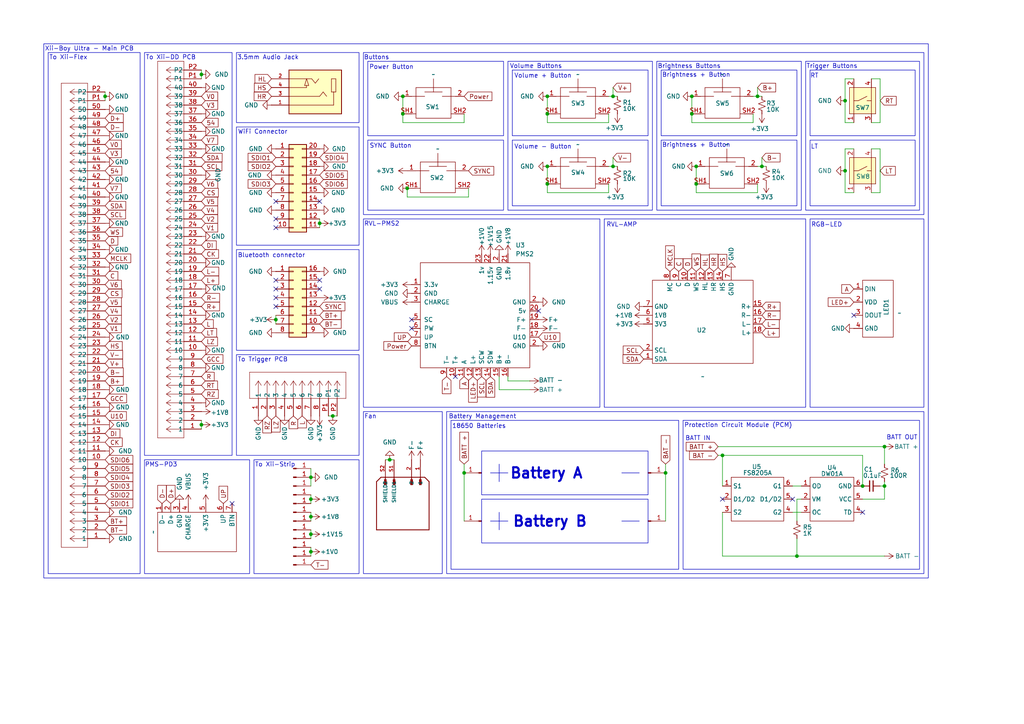
<source format=kicad_sch>
(kicad_sch (version 20250114) (generator "eeschema") (generator_version "9.0")
  (paper "A4")
  (lib_symbols
    (symbol "4020-RGB-LED:4020"
      (property "Reference" "LED1" (at -2.286 3.048 0))
      (property "Value" "~" (at 1.905 6.35 90))
      (symbol "4020_1_1"
        (pin power_in line (at -5.08 -6.35 90) (length 2.54) (name "DIN") (number "1"))
        (pin input line (at -1.27 -6.35 90) (length 2.54) (name "VDD") (number "2"))
        (pin output line (at 2.54 -6.35 90) (length 2.54) (name "DOUT") (number "3"))
        (pin power_in line (at 6.35 -6.35 90) (length 2.54) (name "GND") (number "4"))
      )
    )
    (symbol "4LAYER_SYMBOLS:PMS2" (pin_names (offset 1.016))
      (property "Reference" "U3" (at 23.7841 6.35 0))
      (property "Value" "PMS2" (at 23.7841 3.81 0))
      (symbol "PMS2_1_1"
        (pin input line (at -6.35 -5.08 0) (length 2.54) (name "3.3v") (number "1"))
        (pin input line (at -6.35 -7.62 0) (length 2.54) (name "GND") (number "2"))
        (pin input line (at -6.35 -10.16 0) (length 2.54) (name "CHARGE") (number "3"))
        (pin input line (at -6.35 -15.24 0) (length 2.54) (name "SC") (number "5"))
        (pin input line (at -6.35 -17.78 0) (length 2.54) (name "PW") (number "6"))
        (pin input line (at -6.35 -20.32 0) (length 2.54) (name "UP") (number "7"))
        (pin input line (at -6.35 -22.86 0) (length 2.54) (name "BTN") (number "8"))
        (pin input line (at 3.81 -31.75 90) (length 2.54) (name "T-") (number "9"))
        (pin input line (at 6.35 -31.75 90) (length 2.54) (name "T+") (number "10"))
        (pin input line (at 8.89 -31.75 90) (length 2.54) (name "A") (number "11"))
        (pin input line (at 11.43 -31.75 90) (length 2.54) (name "L+") (number "12"))
        (pin input line (at 13.97 3.81 270) (length 2.54) (name "1v") (number "23"))
        (pin input line (at 13.97 -31.75 90) (length 2.54) (name "SCW") (number "13"))
        (pin input line (at 16.51 3.81 270) (length 2.54) (name "1.15v") (number "22"))
        (pin input line (at 16.51 -31.75 90) (length 2.54) (name "SDW") (number "14"))
        (pin input line (at 19.05 3.81 270) (length 2.54) (name "GND") (number "2"))
        (pin input line (at 19.05 -31.75 90) (length 2.54) (name "B+") (number "15"))
        (pin input line (at 21.59 3.81 270) (length 2.54) (name "1.8v") (number "21"))
        (pin input line (at 21.59 -31.75 90) (length 2.54) (name "B-") (number "16"))
        (pin input line (at 30.48 -10.16 180) (length 2.54) (name "GND") (number "2"))
        (pin input line (at 30.48 -12.7 180) (length 2.54) (name "5v") (number "20"))
        (pin input line (at 30.48 -15.24 180) (length 2.54) (name "F+") (number "19"))
        (pin input line (at 30.48 -17.78 180) (length 2.54) (name "F-") (number "18"))
        (pin input line (at 30.48 -20.32 180) (length 2.54) (name "U10") (number "17"))
        (pin input line (at 30.48 -22.86 180) (length 2.54) (name "GND") (number "2"))
      )
    )
    (symbol "5037630291:5037630291" (pin_names (offset 1.016))
      (property "Reference" "J" (at -7.62 8.89 0))
      (property "Value" "5037630291" (at -7.62 -10.16 0))
      (symbol "5037630291_0_0"
        (pin passive line (at -12.7 5.08 0) (length 5.08) (name "1") (number "1"))
        (pin passive line (at -12.7 2.54 0) (length 5.08) (name "2") (number "2"))
        (pin passive line (at -12.7 -2.54 0) (length 5.08) (name "SHIELD1") (number "S1"))
        (pin passive line (at -12.7 -5.08 0) (length 5.08) (name "SHIELD2") (number "S2"))
      )
    )
    (symbol "5051100892:5051100892" (pin_names (offset 0.254))
      (property "Reference" "J" (at 8.89 6.35 0))
      (property "Value" "5051100892" (at 0 0 0))
      (symbol "5051100892_1_1"
        (pin unspecified line (at 0 0 0) (length 5.08) (name "1") (number "1"))
        (pin unspecified line (at 0 -2.54 0) (length 5.08) (name "2") (number "2"))
        (pin unspecified line (at 0 -5.08 0) (length 5.08) (name "3") (number "3"))
        (pin unspecified line (at 0 -7.62 0) (length 5.08) (name "4") (number "4"))
        (pin unspecified line (at 0 -10.16 0) (length 5.08) (name "5") (number "5"))
        (pin unspecified line (at 0 -12.7 0) (length 5.08) (name "6") (number "6"))
        (pin unspecified line (at 0 -15.24 0) (length 5.08) (name "7") (number "7"))
        (pin unspecified line (at 0 -17.78 0) (length 5.08) (name "8") (number "8"))
        (pin unspecified line (at 0 -20.32 0) (length 5.08) (name "P1") (number "P1"))
        (pin unspecified line (at 0 -22.86 0) (length 5.08) (name "P2") (number "P2"))
      )
      (symbol "5051100892_1_2"
        (pin unspecified line (at 0 0 0) (length 5.08) (name "1") (number "1"))
        (pin unspecified line (at 0 -2.54 0) (length 5.08) (name "2") (number "2"))
        (pin unspecified line (at 0 -5.08 0) (length 5.08) (name "3") (number "3"))
        (pin unspecified line (at 0 -7.62 0) (length 5.08) (name "4") (number "4"))
        (pin unspecified line (at 0 -10.16 0) (length 5.08) (name "5") (number "5"))
        (pin unspecified line (at 0 -12.7 0) (length 5.08) (name "6") (number "6"))
        (pin unspecified line (at 0 -15.24 0) (length 5.08) (name "7") (number "7"))
        (pin unspecified line (at 0 -17.78 0) (length 5.08) (name "8") (number "8"))
        (pin unspecified line (at 0 -20.32 0) (length 5.08) (name "P1") (number "P1"))
        (pin unspecified line (at 0 -22.86 0) (length 5.08) (name "P2") (number "P2"))
      )
    )
    (symbol "5051104091:5051104091" (pin_names (offset 0.254))
      (property "Reference" "J" (at 8.89 6.35 0))
      (property "Value" "5051104091" (at 0 0 0))
      (symbol "5051104091_1_1"
        (pin unspecified line (at 0 0 0) (length 5.08) (name "1") (number "1"))
        (pin unspecified line (at 0 -2.54 0) (length 5.08) (name "2") (number "2"))
        (pin unspecified line (at 0 -5.08 0) (length 5.08) (name "3") (number "3"))
        (pin unspecified line (at 0 -7.62 0) (length 5.08) (name "4") (number "4"))
        (pin unspecified line (at 0 -10.16 0) (length 5.08) (name "5") (number "5"))
        (pin unspecified line (at 0 -12.7 0) (length 5.08) (name "6") (number "6"))
        (pin unspecified line (at 0 -15.24 0) (length 5.08) (name "7") (number "7"))
        (pin unspecified line (at 0 -17.78 0) (length 5.08) (name "8") (number "8"))
        (pin unspecified line (at 0 -20.32 0) (length 5.08) (name "9") (number "9"))
        (pin unspecified line (at 0 -22.86 0) (length 5.08) (name "10") (number "10"))
        (pin unspecified line (at 0 -25.4 0) (length 5.08) (name "11") (number "11"))
        (pin unspecified line (at 0 -27.94 0) (length 5.08) (name "12") (number "12"))
        (pin unspecified line (at 0 -30.48 0) (length 5.08) (name "13") (number "13"))
        (pin unspecified line (at 0 -33.02 0) (length 5.08) (name "14") (number "14"))
        (pin unspecified line (at 0 -35.56 0) (length 5.08) (name "15") (number "15"))
        (pin unspecified line (at 0 -38.1 0) (length 5.08) (name "16") (number "16"))
        (pin unspecified line (at 0 -40.64 0) (length 5.08) (name "17") (number "17"))
        (pin unspecified line (at 0 -43.18 0) (length 5.08) (name "18") (number "18"))
        (pin unspecified line (at 0 -45.72 0) (length 5.08) (name "19") (number "19"))
        (pin unspecified line (at 0 -48.26 0) (length 5.08) (name "20") (number "20"))
        (pin unspecified line (at 0 -50.8 0) (length 5.08) (name "21") (number "21"))
        (pin unspecified line (at 0 -53.34 0) (length 5.08) (name "22") (number "22"))
        (pin unspecified line (at 0 -55.88 0) (length 5.08) (name "23") (number "23"))
        (pin unspecified line (at 0 -58.42 0) (length 5.08) (name "24") (number "24"))
        (pin unspecified line (at 0 -60.96 0) (length 5.08) (name "25") (number "25"))
        (pin unspecified line (at 0 -63.5 0) (length 5.08) (name "26") (number "26"))
        (pin unspecified line (at 0 -66.04 0) (length 5.08) (name "27") (number "27"))
        (pin unspecified line (at 0 -68.58 0) (length 5.08) (name "28") (number "28"))
        (pin unspecified line (at 0 -71.12 0) (length 5.08) (name "29") (number "29"))
        (pin unspecified line (at 0 -73.66 0) (length 5.08) (name "30") (number "30"))
        (pin unspecified line (at 0 -76.2 0) (length 5.08) (name "31") (number "31"))
        (pin unspecified line (at 0 -78.74 0) (length 5.08) (name "32") (number "32"))
        (pin unspecified line (at 0 -81.28 0) (length 5.08) (name "33") (number "33"))
        (pin unspecified line (at 0 -83.82 0) (length 5.08) (name "34") (number "34"))
        (pin unspecified line (at 0 -86.36 0) (length 5.08) (name "35") (number "35"))
        (pin unspecified line (at 0 -88.9 0) (length 5.08) (name "36") (number "36"))
        (pin unspecified line (at 0 -91.44 0) (length 5.08) (name "37") (number "37"))
        (pin unspecified line (at 0 -93.98 0) (length 5.08) (name "38") (number "38"))
        (pin unspecified line (at 0 -96.52 0) (length 5.08) (name "39") (number "39"))
        (pin unspecified line (at 0 -99.06 0) (length 5.08) (name "40") (number "40"))
        (pin unspecified line (at 0 -101.6 0) (length 5.08) (name "P1") (number "P1"))
        (pin unspecified line (at 0 -104.14 0) (length 5.08) (name "P2") (number "P2"))
      )
      (symbol "5051104091_1_2"
        (pin unspecified line (at 0 0 0) (length 5.08) (name "1") (number "1"))
        (pin unspecified line (at 0 -2.54 0) (length 5.08) (name "2") (number "2"))
        (pin unspecified line (at 0 -5.08 0) (length 5.08) (name "3") (number "3"))
        (pin unspecified line (at 0 -7.62 0) (length 5.08) (name "4") (number "4"))
        (pin unspecified line (at 0 -10.16 0) (length 5.08) (name "5") (number "5"))
        (pin unspecified line (at 0 -12.7 0) (length 5.08) (name "6") (number "6"))
        (pin unspecified line (at 0 -15.24 0) (length 5.08) (name "7") (number "7"))
        (pin unspecified line (at 0 -17.78 0) (length 5.08) (name "8") (number "8"))
        (pin unspecified line (at 0 -20.32 0) (length 5.08) (name "9") (number "9"))
        (pin unspecified line (at 0 -22.86 0) (length 5.08) (name "10") (number "10"))
        (pin unspecified line (at 0 -25.4 0) (length 5.08) (name "11") (number "11"))
        (pin unspecified line (at 0 -27.94 0) (length 5.08) (name "12") (number "12"))
        (pin unspecified line (at 0 -30.48 0) (length 5.08) (name "13") (number "13"))
        (pin unspecified line (at 0 -33.02 0) (length 5.08) (name "14") (number "14"))
        (pin unspecified line (at 0 -35.56 0) (length 5.08) (name "15") (number "15"))
        (pin unspecified line (at 0 -38.1 0) (length 5.08) (name "16") (number "16"))
        (pin unspecified line (at 0 -40.64 0) (length 5.08) (name "17") (number "17"))
        (pin unspecified line (at 0 -43.18 0) (length 5.08) (name "18") (number "18"))
        (pin unspecified line (at 0 -45.72 0) (length 5.08) (name "19") (number "19"))
        (pin unspecified line (at 0 -48.26 0) (length 5.08) (name "20") (number "20"))
        (pin unspecified line (at 0 -50.8 0) (length 5.08) (name "21") (number "21"))
        (pin unspecified line (at 0 -53.34 0) (length 5.08) (name "22") (number "22"))
        (pin unspecified line (at 0 -55.88 0) (length 5.08) (name "23") (number "23"))
        (pin unspecified line (at 0 -58.42 0) (length 5.08) (name "24") (number "24"))
        (pin unspecified line (at 0 -60.96 0) (length 5.08) (name "25") (number "25"))
        (pin unspecified line (at 0 -63.5 0) (length 5.08) (name "26") (number "26"))
        (pin unspecified line (at 0 -66.04 0) (length 5.08) (name "27") (number "27"))
        (pin unspecified line (at 0 -68.58 0) (length 5.08) (name "28") (number "28"))
        (pin unspecified line (at 0 -71.12 0) (length 5.08) (name "29") (number "29"))
        (pin unspecified line (at 0 -73.66 0) (length 5.08) (name "30") (number "30"))
        (pin unspecified line (at 0 -76.2 0) (length 5.08) (name "31") (number "31"))
        (pin unspecified line (at 0 -78.74 0) (length 5.08) (name "32") (number "32"))
        (pin unspecified line (at 0 -81.28 0) (length 5.08) (name "33") (number "33"))
        (pin unspecified line (at 0 -83.82 0) (length 5.08) (name "34") (number "34"))
        (pin unspecified line (at 0 -86.36 0) (length 5.08) (name "35") (number "35"))
        (pin unspecified line (at 0 -88.9 0) (length 5.08) (name "36") (number "36"))
        (pin unspecified line (at 0 -91.44 0) (length 5.08) (name "37") (number "37"))
        (pin unspecified line (at 0 -93.98 0) (length 5.08) (name "38") (number "38"))
        (pin unspecified line (at 0 -96.52 0) (length 5.08) (name "39") (number "39"))
        (pin unspecified line (at 0 -99.06 0) (length 5.08) (name "40") (number "40"))
        (pin unspecified line (at 0 -101.6 0) (length 5.08) (name "P1") (number "P1"))
        (pin unspecified line (at 0 -104.14 0) (length 5.08) (name "P2") (number "P2"))
      )
    )
    (symbol "5051105091:5051105091" (pin_names (offset 0.254))
      (property "Reference" "J" (at -2.794 69.088 0))
      (property "Value" "5051105091" (at -2.794 65.532 0))
      (symbol "5051105091_1_1"
        (pin unspecified line (at -8.89 59.69 0) (length 5.08) (name "1") (number "1"))
        (pin unspecified line (at -8.89 57.15 0) (length 5.08) (name "2") (number "2"))
        (pin unspecified line (at -8.89 54.61 0) (length 5.08) (name "3") (number "3"))
        (pin unspecified line (at -8.89 52.07 0) (length 5.08) (name "4") (number "4"))
        (pin unspecified line (at -8.89 49.53 0) (length 5.08) (name "5") (number "5"))
        (pin unspecified line (at -8.89 46.99 0) (length 5.08) (name "6") (number "6"))
        (pin unspecified line (at -8.89 44.45 0) (length 5.08) (name "7") (number "7"))
        (pin unspecified line (at -8.89 41.91 0) (length 5.08) (name "8") (number "8"))
        (pin unspecified line (at -8.89 39.37 0) (length 5.08) (name "9") (number "9"))
        (pin unspecified line (at -8.89 36.83 0) (length 5.08) (name "10") (number "10"))
        (pin unspecified line (at -8.89 34.29 0) (length 5.08) (name "11") (number "11"))
        (pin unspecified line (at -8.89 31.75 0) (length 5.08) (name "12") (number "12"))
        (pin unspecified line (at -8.89 29.21 0) (length 5.08) (name "13") (number "13"))
        (pin unspecified line (at -8.89 26.67 0) (length 5.08) (name "14") (number "14"))
        (pin unspecified line (at -8.89 24.13 0) (length 5.08) (name "15") (number "15"))
        (pin unspecified line (at -8.89 21.59 0) (length 5.08) (name "16") (number "16"))
        (pin unspecified line (at -8.89 19.05 0) (length 5.08) (name "17") (number "17"))
        (pin unspecified line (at -8.89 16.51 0) (length 5.08) (name "18") (number "18"))
        (pin unspecified line (at -8.89 13.97 0) (length 5.08) (name "19") (number "19"))
        (pin unspecified line (at -8.89 11.43 0) (length 5.08) (name "20") (number "20"))
        (pin unspecified line (at -8.89 8.89 0) (length 5.08) (name "21") (number "21"))
        (pin unspecified line (at -8.89 6.35 0) (length 5.08) (name "22") (number "22"))
        (pin unspecified line (at -8.89 3.81 0) (length 5.08) (name "23") (number "23"))
        (pin unspecified line (at -8.89 1.27 0) (length 5.08) (name "24") (number "24"))
        (pin unspecified line (at -8.89 -1.27 0) (length 5.08) (name "25") (number "25"))
        (pin unspecified line (at -8.89 -3.81 0) (length 5.08) (name "26") (number "26"))
        (pin unspecified line (at -8.89 -6.35 0) (length 5.08) (name "27") (number "27"))
        (pin unspecified line (at -8.89 -8.89 0) (length 5.08) (name "28") (number "28"))
        (pin unspecified line (at -8.89 -11.43 0) (length 5.08) (name "29") (number "29"))
        (pin unspecified line (at -8.89 -13.97 0) (length 5.08) (name "30") (number "30"))
        (pin unspecified line (at -8.89 -16.51 0) (length 5.08) (name "31") (number "31"))
        (pin unspecified line (at -8.89 -19.05 0) (length 5.08) (name "32") (number "32"))
        (pin unspecified line (at -8.89 -21.59 0) (length 5.08) (name "33") (number "33"))
        (pin unspecified line (at -8.89 -24.13 0) (length 5.08) (name "34") (number "34"))
        (pin unspecified line (at -8.89 -26.67 0) (length 5.08) (name "35") (number "35"))
        (pin unspecified line (at -8.89 -29.21 0) (length 5.08) (name "36") (number "36"))
        (pin unspecified line (at -8.89 -31.75 0) (length 5.08) (name "37") (number "37"))
        (pin unspecified line (at -8.89 -34.29 0) (length 5.08) (name "38") (number "38"))
        (pin unspecified line (at -8.89 -36.83 0) (length 5.08) (name "39") (number "39"))
        (pin unspecified line (at -8.89 -39.37 0) (length 5.08) (name "40") (number "40"))
        (pin unspecified line (at -8.89 -41.91 0) (length 5.08) (name "41") (number "41"))
        (pin unspecified line (at -8.89 -44.45 0) (length 5.08) (name "42") (number "42"))
        (pin unspecified line (at -8.89 -46.99 0) (length 5.08) (name "43") (number "43"))
        (pin unspecified line (at -8.89 -49.53 0) (length 5.08) (name "44") (number "44"))
        (pin unspecified line (at -8.89 -52.07 0) (length 5.08) (name "45") (number "45"))
        (pin unspecified line (at -8.89 -54.61 0) (length 5.08) (name "46") (number "46"))
        (pin unspecified line (at -8.89 -57.15 0) (length 5.08) (name "47") (number "47"))
        (pin unspecified line (at -8.89 -59.69 0) (length 5.08) (name "48") (number "48"))
        (pin unspecified line (at -8.89 -62.23 0) (length 5.08) (name "49") (number "49"))
        (pin unspecified line (at -8.89 -64.77 0) (length 5.08) (name "50") (number "50"))
        (pin unspecified line (at -8.89 -67.31 0) (length 5.08) (name "P1") (number "P1"))
        (pin unspecified line (at -8.89 -69.85 0) (length 5.08) (name "P2") (number "P2"))
      )
      (symbol "5051105091_1_2"
        (pin unspecified line (at 0 0 0) (length 5.08) (name "1") (number "1"))
        (pin unspecified line (at 0 -2.54 0) (length 5.08) (name "2") (number "2"))
        (pin unspecified line (at 0 -5.08 0) (length 5.08) (name "3") (number "3"))
        (pin unspecified line (at 0 -7.62 0) (length 5.08) (name "4") (number "4"))
        (pin unspecified line (at 0 -10.16 0) (length 5.08) (name "5") (number "5"))
        (pin unspecified line (at 0 -12.7 0) (length 5.08) (name "6") (number "6"))
        (pin unspecified line (at 0 -15.24 0) (length 5.08) (name "7") (number "7"))
        (pin unspecified line (at 0 -17.78 0) (length 5.08) (name "8") (number "8"))
        (pin unspecified line (at 0 -20.32 0) (length 5.08) (name "9") (number "9"))
        (pin unspecified line (at 0 -22.86 0) (length 5.08) (name "10") (number "10"))
        (pin unspecified line (at 0 -25.4 0) (length 5.08) (name "11") (number "11"))
        (pin unspecified line (at 0 -27.94 0) (length 5.08) (name "12") (number "12"))
        (pin unspecified line (at 0 -30.48 0) (length 5.08) (name "13") (number "13"))
        (pin unspecified line (at 0 -33.02 0) (length 5.08) (name "14") (number "14"))
        (pin unspecified line (at 0 -35.56 0) (length 5.08) (name "15") (number "15"))
        (pin unspecified line (at 0 -38.1 0) (length 5.08) (name "16") (number "16"))
        (pin unspecified line (at 0 -40.64 0) (length 5.08) (name "17") (number "17"))
        (pin unspecified line (at 0 -43.18 0) (length 5.08) (name "18") (number "18"))
        (pin unspecified line (at 0 -45.72 0) (length 5.08) (name "19") (number "19"))
        (pin unspecified line (at 0 -48.26 0) (length 5.08) (name "20") (number "20"))
        (pin unspecified line (at 0 -50.8 0) (length 5.08) (name "21") (number "21"))
        (pin unspecified line (at 0 -53.34 0) (length 5.08) (name "22") (number "22"))
        (pin unspecified line (at 0 -55.88 0) (length 5.08) (name "23") (number "23"))
        (pin unspecified line (at 0 -58.42 0) (length 5.08) (name "24") (number "24"))
        (pin unspecified line (at 0 -60.96 0) (length 5.08) (name "25") (number "25"))
        (pin unspecified line (at 0 -63.5 0) (length 5.08) (name "26") (number "26"))
      )
      (symbol "5051105091_2_1"
        (pin unspecified line (at 0 0 0) (length 5.08) (name "27") (number "27"))
        (pin unspecified line (at 0 -2.54 0) (length 5.08) (name "28") (number "28"))
        (pin unspecified line (at 0 -5.08 0) (length 5.08) (name "29") (number "29"))
        (pin unspecified line (at 0 -7.62 0) (length 5.08) (name "30") (number "30"))
        (pin unspecified line (at 0 -10.16 0) (length 5.08) (name "31") (number "31"))
        (pin unspecified line (at 0 -12.7 0) (length 5.08) (name "32") (number "32"))
        (pin unspecified line (at 0 -15.24 0) (length 5.08) (name "33") (number "33"))
        (pin unspecified line (at 0 -17.78 0) (length 5.08) (name "34") (number "34"))
        (pin unspecified line (at 0 -20.32 0) (length 5.08) (name "35") (number "35"))
        (pin unspecified line (at 0 -22.86 0) (length 5.08) (name "36") (number "36"))
        (pin unspecified line (at 0 -25.4 0) (length 5.08) (name "37") (number "37"))
        (pin unspecified line (at 0 -27.94 0) (length 5.08) (name "38") (number "38"))
        (pin unspecified line (at 0 -30.48 0) (length 5.08) (name "39") (number "39"))
        (pin unspecified line (at 0 -33.02 0) (length 5.08) (name "40") (number "40"))
        (pin unspecified line (at 0 -35.56 0) (length 5.08) (name "41") (number "41"))
        (pin unspecified line (at 0 -38.1 0) (length 5.08) (name "42") (number "42"))
        (pin unspecified line (at 0 -40.64 0) (length 5.08) (name "43") (number "43"))
        (pin unspecified line (at 0 -43.18 0) (length 5.08) (name "44") (number "44"))
        (pin unspecified line (at 0 -45.72 0) (length 5.08) (name "45") (number "45"))
        (pin unspecified line (at 0 -48.26 0) (length 5.08) (name "46") (number "46"))
        (pin unspecified line (at 0 -50.8 0) (length 5.08) (name "47") (number "47"))
        (pin unspecified line (at 0 -53.34 0) (length 5.08) (name "48") (number "48"))
        (pin unspecified line (at 0 -55.88 0) (length 5.08) (name "49") (number "49"))
        (pin unspecified line (at 0 -58.42 0) (length 5.08) (name "50") (number "50"))
        (pin unspecified line (at 0 -60.96 0) (length 5.08) (name "P1") (number "P1"))
        (pin unspecified line (at 0 -63.5 0) (length 5.08) (name "P2") (number "P2"))
      )
      (symbol "5051105091_2_2"
        (pin unspecified line (at 0 0 0) (length 5.08) (name "27") (number "27"))
        (pin unspecified line (at 0 -2.54 0) (length 5.08) (name "28") (number "28"))
        (pin unspecified line (at 0 -5.08 0) (length 5.08) (name "29") (number "29"))
        (pin unspecified line (at 0 -7.62 0) (length 5.08) (name "30") (number "30"))
        (pin unspecified line (at 0 -10.16 0) (length 5.08) (name "31") (number "31"))
        (pin unspecified line (at 0 -12.7 0) (length 5.08) (name "32") (number "32"))
        (pin unspecified line (at 0 -15.24 0) (length 5.08) (name "33") (number "33"))
        (pin unspecified line (at 0 -17.78 0) (length 5.08) (name "34") (number "34"))
        (pin unspecified line (at 0 -20.32 0) (length 5.08) (name "35") (number "35"))
        (pin unspecified line (at 0 -22.86 0) (length 5.08) (name "36") (number "36"))
        (pin unspecified line (at 0 -25.4 0) (length 5.08) (name "37") (number "37"))
        (pin unspecified line (at 0 -27.94 0) (length 5.08) (name "38") (number "38"))
        (pin unspecified line (at 0 -30.48 0) (length 5.08) (name "39") (number "39"))
        (pin unspecified line (at 0 -33.02 0) (length 5.08) (name "40") (number "40"))
        (pin unspecified line (at 0 -35.56 0) (length 5.08) (name "41") (number "41"))
        (pin unspecified line (at 0 -38.1 0) (length 5.08) (name "42") (number "42"))
        (pin unspecified line (at 0 -40.64 0) (length 5.08) (name "43") (number "43"))
        (pin unspecified line (at 0 -43.18 0) (length 5.08) (name "44") (number "44"))
        (pin unspecified line (at 0 -45.72 0) (length 5.08) (name "45") (number "45"))
        (pin unspecified line (at 0 -48.26 0) (length 5.08) (name "46") (number "46"))
        (pin unspecified line (at 0 -50.8 0) (length 5.08) (name "47") (number "47"))
        (pin unspecified line (at 0 -53.34 0) (length 5.08) (name "48") (number "48"))
        (pin unspecified line (at 0 -55.88 0) (length 5.08) (name "49") (number "49"))
        (pin unspecified line (at 0 -58.42 0) (length 5.08) (name "50") (number "50"))
        (pin unspecified line (at 0 -60.96 0) (length 5.08) (name "P1") (number "P1"))
        (pin unspecified line (at 0 -63.5 0) (length 5.08) (name "P2") (number "P2"))
      )
    )
    (symbol "Connector:Conn_01x01_Pin" (pin_names (offset 1.016) (hide yes))
      (property "Reference" "J" (at 0 2.54 0))
      (property "Value" "Conn_01x01_Pin" (at 0 -2.54 0))
      (symbol "Conn_01x01_Pin_1_1"
        (pin passive line (at 5.08 0 180) (length 3.81) (name "Pin_1") (number "1"))
      )
    )
    (symbol "Connector_Generic:Conn_02x08_Counter_Clockwise" (pin_names (offset 1.016) (hide yes))
      (property "Reference" "J" (at 1.27 10.16 0))
      (property "Value" "Conn_02x08_Counter_Clockwise" (at 1.27 -12.7 0))
      (symbol "Conn_02x08_Counter_Clockwise_1_1"
        (pin passive line (at -5.08 7.62 0) (length 3.81) (name "Pin_1") (number "1"))
        (pin passive line (at -5.08 5.08 0) (length 3.81) (name "Pin_2") (number "2"))
        (pin passive line (at -5.08 2.54 0) (length 3.81) (name "Pin_3") (number "3"))
        (pin passive line (at -5.08 0 0) (length 3.81) (name "Pin_4") (number "4"))
        (pin passive line (at -5.08 -2.54 0) (length 3.81) (name "Pin_5") (number "5"))
        (pin passive line (at -5.08 -5.08 0) (length 3.81) (name "Pin_6") (number "6"))
        (pin passive line (at -5.08 -7.62 0) (length 3.81) (name "Pin_7") (number "7"))
        (pin passive line (at -5.08 -10.16 0) (length 3.81) (name "Pin_8") (number "8"))
        (pin passive line (at 7.62 7.62 180) (length 3.81) (name "Pin_16") (number "16"))
        (pin passive line (at 7.62 5.08 180) (length 3.81) (name "Pin_15") (number "15"))
        (pin passive line (at 7.62 2.54 180) (length 3.81) (name "Pin_14") (number "14"))
        (pin passive line (at 7.62 0 180) (length 3.81) (name "Pin_13") (number "13"))
        (pin passive line (at 7.62 -2.54 180) (length 3.81) (name "Pin_12") (number "12"))
        (pin passive line (at 7.62 -5.08 180) (length 3.81) (name "Pin_11") (number "11"))
        (pin passive line (at 7.62 -7.62 180) (length 3.81) (name "Pin_10") (number "10"))
        (pin passive line (at 7.62 -10.16 180) (length 3.81) (name "Pin_9") (number "9"))
      )
    )
    (symbol "Connector_Generic:Conn_02x10_Counter_Clockwise" (pin_names (offset 1.016) (hide yes))
      (property "Reference" "J" (at 1.27 12.7 0))
      (property "Value" "Conn_02x10_Counter_Clockwise" (at 1.27 -15.24 0))
      (symbol "Conn_02x10_Counter_Clockwise_1_1"
        (pin passive line (at -5.08 10.16 0) (length 3.81) (name "Pin_1") (number "1"))
        (pin passive line (at -5.08 7.62 0) (length 3.81) (name "Pin_2") (number "2"))
        (pin passive line (at -5.08 5.08 0) (length 3.81) (name "Pin_3") (number "3"))
        (pin passive line (at -5.08 2.54 0) (length 3.81) (name "Pin_4") (number "4"))
        (pin passive line (at -5.08 0 0) (length 3.81) (name "Pin_5") (number "5"))
        (pin passive line (at -5.08 -2.54 0) (length 3.81) (name "Pin_6") (number "6"))
        (pin passive line (at -5.08 -5.08 0) (length 3.81) (name "Pin_7") (number "7"))
        (pin passive line (at -5.08 -7.62 0) (length 3.81) (name "Pin_8") (number "8"))
        (pin passive line (at -5.08 -10.16 0) (length 3.81) (name "Pin_9") (number "9"))
        (pin passive line (at -5.08 -12.7 0) (length 3.81) (name "Pin_10") (number "10"))
        (pin passive line (at 7.62 10.16 180) (length 3.81) (name "Pin_20") (number "20"))
        (pin passive line (at 7.62 7.62 180) (length 3.81) (name "Pin_19") (number "19"))
        (pin passive line (at 7.62 5.08 180) (length 3.81) (name "Pin_18") (number "18"))
        (pin passive line (at 7.62 2.54 180) (length 3.81) (name "Pin_17") (number "17"))
        (pin passive line (at 7.62 0 180) (length 3.81) (name "Pin_16") (number "16"))
        (pin passive line (at 7.62 -2.54 180) (length 3.81) (name "Pin_15") (number "15"))
        (pin passive line (at 7.62 -5.08 180) (length 3.81) (name "Pin_14") (number "14"))
        (pin passive line (at 7.62 -7.62 180) (length 3.81) (name "Pin_13") (number "13"))
        (pin passive line (at 7.62 -10.16 180) (length 3.81) (name "Pin_12") (number "12"))
        (pin passive line (at 7.62 -12.7 180) (length 3.81) (name "Pin_11") (number "11"))
      )
    )
    (symbol "Device:C_Small" (pin_numbers (hide yes)) (pin_names (offset 0.254) (hide yes))
      (property "Reference" "C" (at 0.254 1.778 0))
      (property "Value" "C_Small" (at 0.254 -2.032 0))
      (symbol "C_Small_1_1"
        (pin passive line (at 0 2.54 270) (length 2.032) (name "~") (number "1"))
        (pin passive line (at 0 -2.54 90) (length 2.032) (name "~") (number "2"))
      )
    )
    (symbol "Device:R_Small_US" (pin_numbers (hide yes)) (pin_names (offset 0.254) (hide yes))
      (property "Reference" "R" (at 0.762 0.508 0))
      (property "Value" "R_Small_US" (at 0.762 -1.016 0))
      (symbol "R_Small_US_1_1"
        (pin passive line (at 0 2.54 270) (length 1.016) (name "~") (number "1"))
        (pin passive line (at 0 -2.54 90) (length 1.016) (name "~") (number "2"))
      )
    )
    (symbol "FS8205A:DW01A"
      (property "Reference" "U" (at -2.54 0 0))
      (symbol "DW01A_1_1"
        (pin input line (at -8.89 3.81 0) (length 2.54) (name "OD") (number "1"))
        (pin input line (at -8.89 0 0) (length 2.54) (name "VM") (number "2"))
        (pin input line (at -8.89 -3.81 0) (length 2.54) (name "OC") (number "3"))
        (pin input line (at 8.89 3.81 180) (length 2.54) (name "GND") (number "6"))
        (pin input line (at 8.89 0 180) (length 2.54) (name "VCC") (number "5"))
        (pin input line (at 8.89 -3.81 180) (length 2.54) (name "TD") (number "4"))
      )
    )
    (symbol "FS8205A:FS8205A"
      (property "Reference" "U" (at 0 8.382 0))
      (symbol "FS8205A_1_1"
        (pin input line (at -10.16 3.81 0) (length 2.54) (name "S1") (number "1"))
        (pin input line (at -10.16 0 0) (length 2.54) (name "D1/D2") (number "2"))
        (pin input line (at -10.16 -3.81 0) (length 2.54) (name "S2") (number "3"))
        (pin input line (at 10.16 3.81 180) (length 2.54) (name "G1") (number "6"))
        (pin input line (at 10.16 0 180) (length 2.54) (name "D1/D2") (number "5"))
        (pin input line (at 10.16 -3.81 180) (length 2.54) (name "G2") (number "4"))
      )
    )
    (symbol "KSC201GLFS:KSC201G"
      (property "Reference" "SW" (at 0 -1.778 0))
      (symbol "KSC201G_1_1"
        (pin passive line (at -6.35 6.35 0) (length 2.54) (name "") (number "1"))
        (pin passive line (at -6.35 1.27 0) (length 2.54) (name "") (number "3"))
        (pin passive line (at 6.35 6.35 180) (length 2.54) (name "") (number "2"))
        (pin passive line (at 6.35 1.27 180) (length 2.54) (name "") (number "4"))
      )
    )
    (symbol "PMS-PD3:PMS-PD3"
      (property "Reference" "U" (at 0 0 0))
      (symbol "PMS-PD3_1_1"
        (pin input line (at -1.27 12.7 180) (length 2.54) (name "D-") (number "1"))
        (pin input line (at -1.27 10.16 180) (length 2.54) (name "D+") (number "2"))
        (pin input line (at -1.27 7.62 180) (length 2.54) (name "GND") (number "3"))
        (pin input line (at -1.27 5.08 180) (length 2.54) (name "CHARGE") (number "4"))
        (pin input line (at -1.27 0 180) (length 2.54) (name "+3V3") (number "5"))
        (pin input line (at -1.27 -5.08 180) (length 2.54) (name "UP") (number "6"))
        (pin input line (at -1.27 -7.62 180) (length 2.54) (name "BTN") (number "7"))
      )
    )
    (symbol "RVLAMP:RVL-AMP"
      (property "Reference" "U2" (at 0.635 -11.43 0))
      (property "Value" "~" (at 0.635 -12.7 0))
      (symbol "RVL-AMP_1_1"
        (pin input line (at -16.51 7.62 0) (length 2.54) (name "GND") (number "7"))
        (pin input line (at -16.51 5.08 0) (length 2.54) (name "1V8") (number "6"))
        (pin input line (at -16.51 2.54 0) (length 2.54) (name "3V3") (number "5"))
        (pin input line (at -16.51 -5.08 0) (length 2.54) (name "SCL") (number "2"))
        (pin input line (at -16.51 -7.62 0) (length 2.54) (name "SDA") (number "1"))
        (pin input line (at -8.89 17.78 270) (length 2.54) (name "MC") (number "8"))
        (pin input line (at -6.35 17.78 270) (length 2.54) (name "C") (number "9"))
        (pin input line (at -3.81 17.78 270) (length 2.54) (name "D") (number "10"))
        (pin input line (at -1.27 17.78 270) (length 2.54) (name "WS") (number "11"))
        (pin input line (at 1.27 17.78 270) (length 2.54) (name "HL") (number "12"))
        (pin input line (at 3.81 17.78 270) (length 2.54) (name "HR") (number "13"))
        (pin input line (at 6.35 17.78 270) (length 2.54) (name "HS") (number "14"))
        (pin input line (at 8.89 17.78 270) (length 2.54) (name "GND") (number "7"))
        (pin input line (at 17.78 7.62 180) (length 2.54) (name "R+") (number "15"))
        (pin input line (at 17.78 5.08 180) (length 2.54) (name "R-") (number "16"))
        (pin input line (at 17.78 2.54 180) (length 2.54) (name "L-") (number "17"))
        (pin input line (at 17.78 0 180) (length 2.54) (name "L+") (number "18"))
      )
    )
    (symbol "SJ-3524-SMT:SJ-3524-SMT" (pin_names (offset 1.016))
      (property "Reference" "J" (at -7.637 8.2738 0))
      (property "Value" "SJ-3524-SMT" (at -7.6519 -7.6606 0))
      (symbol "SJ-3524-SMT_0_0"
        (pin passive line (at 12.7 5.08 180) (length 5.08) (name "~") (number "1"))
        (pin passive line (at 12.7 2.54 180) (length 5.08) (name "~") (number "3"))
        (pin passive line (at 12.7 0 180) (length 5.08) (name "~") (number "4"))
        (pin passive line (at 12.7 -2.54 180) (length 5.08) (name "~") (number "2"))
      )
    )
    (symbol "TL3340AF160QG:TL3340AF160QG"
      (property "Reference" "SW" (at 0 -7.62 0))
      (symbol "TL3340AF160QG_1_1"
        (pin passive line (at -8.89 1.27 0) (length 2.54) (name "") (number "1"))
        (pin passive line (at -8.89 -3.81 0) (length 2.54) (name "") (number "SH1"))
        (pin passive line (at 8.89 1.27 180) (length 2.54) (name "") (number "2"))
        (pin passive line (at 8.89 -3.81 180) (length 2.54) (name "") (number "SH2"))
      )
    )
    (symbol "power:+1V0" (power) (pin_numbers (hide yes)) (pin_names (offset 0) (hide yes))
      (property "Value" "+1V0" (at 0 3.556 0))
      (symbol "+1V0_1_1"
        (pin power_in line (at 0 0 90) (length 0) (name "~") (number "1"))
      )
    )
    (symbol "power:+1V2" (power) (pin_numbers (hide yes)) (pin_names (offset 0) (hide yes))
      (property "Value" "+1V2" (at 0 3.556 0))
      (symbol "+1V2_1_1"
        (pin power_in line (at 0 0 90) (length 0) (name "~") (number "1"))
      )
    )
    (symbol "power:+1V8" (power) (pin_numbers (hide yes)) (pin_names (offset 0) (hide yes))
      (property "Value" "+1V8" (at 0 3.556 0))
      (symbol "+1V8_1_1"
        (pin power_in line (at 0 0 90) (length 0) (name "~") (number "1"))
      )
    )
    (symbol "power:+3V3" (power) (pin_numbers (hide yes)) (pin_names (offset 0) (hide yes))
      (property "Value" "+3V3" (at 0 3.556 0))
      (symbol "+3V3_1_1"
        (pin power_in line (at 0 0 90) (length 0) (name "~") (number "1"))
      )
    )
    (symbol "power:+3V8" (power) (pin_numbers (hide yes)) (pin_names (offset 0) (hide yes))
      (property "Value" "+3V8" (at 0 3.556 0))
      (symbol "+3V8_1_1"
        (pin power_in line (at 0 0 90) (length 0) (name "~") (number "1"))
      )
    )
    (symbol "power:GND" (power) (pin_numbers (hide yes)) (pin_names (offset 0) (hide yes))
      (property "Value" "GND" (at 0 -3.81 0))
      (symbol "GND_1_1"
        (pin power_in line (at 0 0 270) (length 0) (name "~") (number "1"))
      )
    )
    (symbol "power:VBUS" (power) (pin_numbers (hide yes)) (pin_names (offset 0) (hide yes))
      (property "Value" "VBUS" (at 0 3.556 0))
      (symbol "VBUS_1_1"
        (pin power_in line (at 0 0 90) (length 0) (name "~") (number "1"))
      )
    )
  )
  (rectangle (start 190.5 17.78) (end 232.41 60.96))
  (rectangle (start 234.95 40.64) (end 265.43 59.69))
  (rectangle (start 139.7 144.78) (end 187.96 157.48))
  (rectangle (start 41.91 133.35) (end 72.39 166.37))
  (rectangle (start 139.7 130.81) (end 187.96 143.51))
  (rectangle (start 175.26 63.5) (end 233.68 118.11))
  (rectangle (start 129.54 119.38) (end 267.97 166.37))
  (rectangle (start 148.59 40.64) (end 187.96 59.69))
  (rectangle (start 234.95 20.32) (end 265.43 39.37))
  (rectangle (start 147.32 17.78) (end 189.23 60.96))
  (rectangle (start 68.58 15.24) (end 104.14 35.56))
  (rectangle (start 12.7 12.7) (end 269.24 167.64))
  (rectangle (start 73.66 133.35) (end 104.14 166.37))
  (rectangle (start 105.41 119.38) (end 128.27 166.37))
  (rectangle (start 130.81 121.92) (end 196.85 165.1))
  (rectangle (start 106.68 40.64) (end 146.05 60.96))
  (rectangle (start 148.59 20.32) (end 187.96 39.37))
  (rectangle (start 233.68 17.78) (end 266.7 60.96))
  (rectangle (start 191.77 20.32) (end 231.14 39.37))
  (rectangle (start 198.12 121.92) (end 266.7 165.1))
  (rectangle (start 105.41 63.5) (end 173.99 118.11))
  (rectangle (start 105.41 15.24) (end 267.97 62.23))
  (rectangle (start 68.58 72.39) (end 104.14 101.6))
  (rectangle (start 191.77 40.64) (end 231.14 59.69))
  (rectangle (start 234.95 63.5) (end 267.97 118.11))
  (rectangle (start 68.58 102.87) (end 104.14 132.08))
  (rectangle (start 106.68 17.78) (end 146.05 39.37))
  (rectangle (start 13.97 15.24) (end 40.64 166.37))
  (rectangle (start 68.58 36.83) (end 104.14 71.12))
  (rectangle (start 41.91 15.24) (end 67.31 132.08))
  (text "Trigger Buttons" (at 241.3 19.304 0) (effects (font (size 1.27 1.27))))
  (text "PMS-PD3" (at 46.736 134.874 0) (effects (font (size 1.27 1.27))))
  (text "RGB-LED" (at 239.776 65.278 0) (effects (font (size 1.27 1.27))))
  (text "Brightness + Button" (at 201.93 21.844 0) (effects (font (size 1.27 1.27))))
  (text "WiFi Connector" (at 76.2 38.354 0) (effects (font (size 1.27 1.27))))
  (text "Protection Circuit Module (PCM)" (at 214.122 123.444 0) (effects (font (size 1.27 1.27))))
  (text "Xii-Boy Ultra - Main PCB" (at 25.908 14.224 0) (effects (font (size 1.27 1.27))))
  (text "Battery A" (at 158.496 137.414 0) (effects (font (size 3 3) (thickness 0.6) (bold yes))))
  (text "RT" (at 236.22 22.098 0) (effects (font (size 1.27 1.27))))
  (text "3.5mm Audio Jack" (at 77.724 16.764 0) (effects (font (size 1.27 1.27))))
  (text "To Xii-DD PCB" (at 49.53 16.764 0) (effects (font (size 1.27 1.27))))
  (text "18650 Batteries" (at 138.938 123.698 0) (effects (font (size 1.27 1.27))))
  (text "Brightness Buttons" (at 199.898 19.304 0) (effects (font (size 1.27 1.27))))
  (text "LT" (at 236.22 42.672 0) (effects (font (size 1.27 1.27))))
  (text "Fan" (at 107.442 120.904 0) (effects (font (size 1.27 1.27))))
  (text "RVL-PMS2" (at 110.744 65.024 0) (effects (font (size 1.27 1.27))))
  (text "Power Button" (at 113.538 19.558 0) (effects (font (size 1.27 1.27))))
  (text "Volume Buttons" (at 155.448 19.304 0) (effects (font (size 1.27 1.27))))
  (text "Brightness + Button" (at 201.93 42.164 0) (effects (font (size 1.27 1.27))))
  (text "To Xii-Strip" (at 73.914 134.874 0) (effects (font (size 1.27 1.27)) (justify left)))
  (text "Volume + Button" (at 157.48 22.098 0) (effects (font (size 1.27 1.27))))
  (text "Battery B" (at 159.512 151.384 0) (effects (font (size 3 3) (thickness 0.6) (bold yes))))
  (text "BATT IN" (at 202.438 127.254 0) (effects (font (size 1.27 1.27))))
  (text "Battery Management" (at 139.954 120.904 0) (effects (font (size 1.27 1.27))))
  (text "Buttons" (at 109.22 16.764 0) (effects (font (size 1.27 1.27))))
  (text "To Trigger PCB" (at 76.2 104.394 0) (effects (font (size 1.27 1.27))))
  (text "Volume - Button" (at 157.48 42.672 0) (effects (font (size 1.27 1.27))))
  (text "To Xii-Flex" (at 19.812 16.764 0) (effects (font (size 1.27 1.27))))
  (text "RVL-AMP" (at 180.34 65.278 0) (effects (font (size 1.27 1.27))))
  (text "Bluetooth connector" (at 78.74 74.168 0) (effects (font (size 1.27 1.27))))
  (text "BATT OUT" (at 261.62 127 0) (effects (font (size 1.27 1.27))))
  (text "SYNC Button" (at 113.284 42.418 0) (effects (font (size 1.27 1.27))))
  (junction (at 209.55 132.08))
  (junction (at 158.75 27.94))
  (junction (at 193.04 137.16))
  (junction (at 201.93 53.34))
  (junction (at 219.71 27.94))
  (junction (at 96.52 120.65))
  (junction (at 220.98 48.26))
  (junction (at 250.19 140.97))
  (junction (at 90.17 160.02))
  (junction (at 201.93 48.26))
  (junction (at 231.14 161.29))
  (junction (at 116.84 33.02))
  (junction (at 177.8 27.94))
  (junction (at 256.54 129.54))
  (junction (at 256.54 140.97))
  (junction (at 90.17 138.43))
  (junction (at 245.11 29.21))
  (junction (at 200.66 33.02))
  (junction (at 92.71 64.77))
  (junction (at 30.48 27.94))
  (junction (at 58.42 21.59))
  (junction (at 90.17 154.94))
  (junction (at 158.75 48.26))
  (junction (at 90.17 144.78))
  (junction (at 90.17 149.86))
  (junction (at 118.11 54.61))
  (junction (at 158.75 53.34))
  (junction (at 245.11 49.53))
  (junction (at 113.03 133.35))
  (junction (at 177.8 48.26))
  (junction (at 116.84 27.94))
  (junction (at 80.01 92.71))
  (junction (at 158.75 33.02))
  (junction (at 58.42 123.19))
  (junction (at 134.62 137.16))
  (junction (at 200.66 27.94))
  (no_connect (at 119.38 92.71))
  (no_connect (at 80.01 81.28))
  (no_connect (at 229.87 144.78))
  (no_connect (at 132.08 109.22))
  (no_connect (at 80.01 86.36))
  (no_connect (at 80.01 88.9))
  (no_connect (at 92.71 81.28))
  (no_connect (at 247.65 91.44))
  (no_connect (at 119.38 95.25))
  (no_connect (at 209.55 144.78))
  (no_connect (at 80.01 66.04))
  (no_connect (at 67.31 146.05))
  (no_connect (at 80.01 58.42))
  (no_connect (at 80.01 83.82))
  (no_connect (at 92.71 83.82))
  (no_connect (at 250.19 148.59))
  (no_connect (at 80.01 63.5))
  (no_connect (at 92.71 58.42))
  (no_connect (at 156.21 90.17))
  (wire (pts (xy 90.17 144.78) (xy 90.17 143.51)))
  (wire (pts (xy 80.01 92.71) (xy 80.01 91.44)))
  (wire (pts (xy 255.27 55.88) (xy 252.73 55.88)))
  (wire (pts (xy 176.53 48.26) (xy 177.8 48.26)))
  (wire (pts (xy 177.8 45.72) (xy 177.8 48.26)))
  (wire (pts (xy 158.75 48.26) (xy 158.75 53.34)))
  (wire (pts (xy 147.32 110.49) (xy 147.32 109.22)))
  (wire (pts (xy 90.17 160.02) (xy 90.17 158.75)))
  (wire (pts (xy 153.67 110.49) (xy 147.32 110.49)))
  (wire (pts (xy 229.87 148.59) (xy 232.41 148.59)))
  (wire (pts (xy 252.73 35.56) (xy 255.27 35.56)))
  (wire (pts (xy 256.54 140.97) (xy 255.27 140.97)))
  (wire (pts (xy 153.67 113.03) (xy 144.78 113.03)))
  (wire (pts (xy 90.17 138.43) (xy 90.17 135.89)))
  (wire (pts (xy 252.73 43.18) (xy 255.27 43.18)))
  (wire (pts (xy 219.71 48.26) (xy 220.98 48.26)))
  (wire (pts (xy 176.53 27.94) (xy 177.8 27.94)))
  (wire (pts (xy 80.01 92.71) (xy 80.01 93.98)))
  (wire (pts (xy 231.14 161.29) (xy 256.54 161.29)))
  (wire (pts (xy 58.42 123.19) (xy 58.42 121.92)))
  (wire (pts (xy 255.27 35.56) (xy 255.27 22.86)))
  (wire (pts (xy 201.93 53.34) (xy 201.93 55.88)))
  (wire (pts (xy 134.62 33.02) (xy 134.62 35.56)))
  (wire (pts (xy 90.17 149.86) (xy 90.17 148.59)))
  (wire (pts (xy 158.75 35.56) (xy 176.53 35.56)))
  (polyline (pts (xy 144.78 148.59) (xy 144.78 153.67)))
  (wire (pts (xy 201.93 48.26) (xy 201.93 53.34)))
  (wire (pts (xy 232.41 144.78) (xy 231.14 144.78)))
  (wire (pts (xy 90.17 140.97) (xy 90.17 138.43)))
  (wire (pts (xy 177.8 27.94) (xy 177.8 25.4)))
  (wire (pts (xy 118.11 57.15) (xy 118.11 54.61)))
  (wire (pts (xy 218.44 35.56) (xy 218.44 33.02)))
  (wire (pts (xy 58.42 20.32) (xy 58.42 21.59)))
  (wire (pts (xy 256.54 129.54) (xy 256.54 134.62)))
  (wire (pts (xy 200.66 33.02) (xy 200.66 35.56)))
  (wire (pts (xy 134.62 35.56) (xy 116.84 35.56)))
  (wire (pts (xy 220.98 45.72) (xy 220.98 48.26)))
  (wire (pts (xy 245.11 22.86) (xy 247.65 22.86)))
  (wire (pts (xy 30.48 27.94) (xy 30.48 29.21)))
  (wire (pts (xy 177.8 48.26) (xy 179.07 48.26)))
  (wire (pts (xy 201.93 55.88) (xy 219.71 55.88)))
  (wire (pts (xy 209.55 148.59) (xy 209.55 161.29)))
  (wire (pts (xy 90.17 149.86) (xy 90.17 151.13)))
  (wire (pts (xy 58.42 21.59) (xy 58.42 22.86)))
  (wire (pts (xy 219.71 27.94) (xy 220.98 27.94)))
  (wire (pts (xy 200.66 35.56) (xy 218.44 35.56)))
  (wire (pts (xy 134.62 134.62) (xy 134.62 137.16)))
  (wire (pts (xy 256.54 144.78) (xy 250.19 144.78)))
  (wire (pts (xy 58.42 124.46) (xy 58.42 123.19)))
  (wire (pts (xy 158.75 33.02) (xy 158.75 35.56)))
  (wire (pts (xy 176.53 35.56) (xy 176.53 33.02)))
  (wire (pts (xy 247.65 35.56) (xy 245.11 35.56)))
  (polyline (pts (xy 144.78 134.62) (xy 144.78 139.7)))
  (wire (pts (xy 90.17 161.29) (xy 90.17 160.02)))
  (wire (pts (xy 92.71 63.5) (xy 92.71 64.77)))
  (wire (pts (xy 144.78 113.03) (xy 144.78 109.22)))
  (wire (pts (xy 158.75 53.34) (xy 158.75 55.88)))
  (wire (pts (xy 96.52 120.65) (xy 97.79 120.65)))
  (wire (pts (xy 209.55 161.29) (xy 231.14 161.29)))
  (polyline (pts (xy 180.34 137.16) (xy 185.42 137.16)))
  (wire (pts (xy 208.28 132.08) (xy 209.55 132.08)))
  (wire (pts (xy 245.11 29.21) (xy 245.11 22.86)))
  (wire (pts (xy 90.17 146.05) (xy 90.17 144.78)))
  (wire (pts (xy 30.48 26.67) (xy 30.48 27.94)))
  (wire (pts (xy 255.27 43.18) (xy 255.27 55.88)))
  (wire (pts (xy 209.55 132.08) (xy 250.19 132.08)))
  (wire (pts (xy 256.54 140.97) (xy 256.54 144.78)))
  (wire (pts (xy 250.19 132.08) (xy 250.19 140.97)))
  (wire (pts (xy 245.11 35.56) (xy 245.11 29.21)))
  (wire (pts (xy 231.14 156.21) (xy 231.14 161.29)))
  (polyline (pts (xy 142.24 137.16) (xy 147.32 137.16)))
  (wire (pts (xy 158.75 27.94) (xy 158.75 33.02)))
  (wire (pts (xy 256.54 139.7) (xy 256.54 140.97)))
  (wire (pts (xy 219.71 55.88) (xy 219.71 53.34)))
  (wire (pts (xy 200.66 27.94) (xy 200.66 33.02)))
  (wire (pts (xy 158.75 55.88) (xy 176.53 55.88)))
  (wire (pts (xy 90.17 154.94) (xy 90.17 153.67)))
  (wire (pts (xy 193.04 134.62) (xy 193.04 137.16)))
  (wire (pts (xy 245.11 43.18) (xy 245.11 49.53)))
  (wire (pts (xy 116.84 35.56) (xy 116.84 33.02)))
  (wire (pts (xy 255.27 22.86) (xy 252.73 22.86)))
  (wire (pts (xy 247.65 43.18) (xy 245.11 43.18)))
  (wire (pts (xy 135.89 57.15) (xy 118.11 57.15)))
  (wire (pts (xy 219.71 25.4) (xy 219.71 27.94)))
  (wire (pts (xy 218.44 27.94) (xy 219.71 27.94)))
  (wire (pts (xy 245.11 55.88) (xy 247.65 55.88)))
  (wire (pts (xy 176.53 55.88) (xy 176.53 53.34)))
  (wire (pts (xy 114.3 133.35) (xy 113.03 133.35)))
  (wire (pts (xy 231.14 144.78) (xy 231.14 151.13)))
  (wire (pts (xy 90.17 156.21) (xy 90.17 154.94)))
  (wire (pts (xy 193.04 137.16) (xy 193.04 151.13)))
  (wire (pts (xy 135.89 54.61) (xy 135.89 57.15)))
  (wire (pts (xy 177.8 27.94) (xy 179.07 27.94)))
  (wire (pts (xy 116.84 27.94) (xy 116.84 33.02)))
  (wire (pts (xy 229.87 140.97) (xy 232.41 140.97)))
  (wire (pts (xy 220.98 48.26) (xy 222.25 48.26)))
  (wire (pts (xy 208.28 129.54) (xy 256.54 129.54)))
  (wire (pts (xy 134.62 137.16) (xy 134.62 151.13)))
  (wire (pts (xy 113.03 133.35) (xy 111.76 133.35)))
  (polyline (pts (xy 180.34 151.13) (xy 185.42 151.13)))
  (wire (pts (xy 96.52 120.65) (xy 95.25 120.65)))
  (wire (pts (xy 245.11 49.53) (xy 245.11 55.88)))
  (wire (pts (xy 209.55 132.08) (xy 209.55 140.97)))
  (wire (pts (xy 92.71 64.77) (xy 92.71 66.04)))
  (polyline (pts (xy 142.24 151.13) (xy 147.32 151.13)))
  (global_label "BT+" (shape input) (at 92.71 91.44 0) (property "Intersheetrefs" "${INTERSHEET_REFS}" (effects (hide yes))))
  (global_label "V3" (shape input) (at 58.42 30.48 0) (property "Intersheetrefs" "${INTERSHEET_REFS}" (effects (hide yes))))
  (global_label "SYNC" (shape input) (at 92.71 88.9 0) (property "Intersheetrefs" "${INTERSHEET_REFS}" (effects (hide yes))))
  (global_label "SYNC" (shape input) (at 135.89 49.53 0) (property "Intersheetrefs" "${INTERSHEET_REFS}" (effects (hide yes))))
  (global_label "SDIO4" (shape input) (at 92.71 45.72 0) (property "Intersheetrefs" "${INTERSHEET_REFS}" (effects (hide yes))))
  (global_label "LT" (shape input) (at 255.27 49.53 0) (property "Intersheetrefs" "${INTERSHEET_REFS}" (effects (hide yes))))
  (global_label "U10" (shape input) (at 156.21 97.79 0) (property "Intersheetrefs" "${INTERSHEET_REFS}" (effects (hide yes))))
  (global_label "B+" (shape input) (at 219.71 25.4 0) (property "Intersheetrefs" "${INTERSHEET_REFS}" (effects (hide yes))))
  (global_label "D-" (shape input) (at 46.99 146.05 90) (property "Intersheetrefs" "${INTERSHEET_REFS}" (effects (hide yes))))
  (global_label "CK" (shape input) (at 30.48 128.27 0) (property "Intersheetrefs" "${INTERSHEET_REFS}" (effects (hide yes))))
  (global_label "WS" (shape input) (at 30.48 67.31 0) (property "Intersheetrefs" "${INTERSHEET_REFS}" (effects (hide yes))))
  (global_label "SDIO6" (shape input) (at 92.71 53.34 0) (property "Intersheetrefs" "${INTERSHEET_REFS}" (effects (hide yes))))
  (global_label "B-" (shape input) (at 220.98 45.72 0) (property "Intersheetrefs" "${INTERSHEET_REFS}" (effects (hide yes))))
  (global_label "DI" (shape input) (at 30.48 125.73 0) (property "Intersheetrefs" "${INTERSHEET_REFS}" (effects (hide yes))))
  (global_label "V6" (shape input) (at 58.42 53.34 0) (property "Intersheetrefs" "${INTERSHEET_REFS}" (effects (hide yes))))
  (global_label "UP" (shape input) (at 64.77 146.05 90) (property "Intersheetrefs" "${INTERSHEET_REFS}" (effects (hide yes))))
  (global_label "SDIO3" (shape input) (at 30.48 140.97 0) (property "Intersheetrefs" "${INTERSHEET_REFS}" (effects (hide yes))))
  (global_label "L-" (shape input) (at 220.98 93.98 0) (property "Intersheetrefs" "${INTERSHEET_REFS}" (effects (hide yes))))
  (global_label "BAT -" (shape input) (at 208.28 132.08 180) (property "Intersheetrefs" "${INTERSHEET_REFS}" (effects (hide yes))))
  (global_label "B+" (shape input) (at 30.48 110.49 0) (property "Intersheetrefs" "${INTERSHEET_REFS}" (effects (hide yes))))
  (global_label "SDIO1" (shape input) (at 80.01 45.72 180) (property "Intersheetrefs" "${INTERSHEET_REFS}" (effects (hide yes))))
  (global_label "R-" (shape input) (at 58.42 86.36 0) (property "Intersheetrefs" "${INTERSHEET_REFS}" (effects (hide yes))))
  (global_label "V7" (shape input) (at 58.42 40.64 0) (property "Intersheetrefs" "${INTERSHEET_REFS}" (effects (hide yes))))
  (global_label "A" (shape input) (at 134.62 109.22 270) (property "Intersheetrefs" "${INTERSHEET_REFS}" (effects (hide yes))))
  (global_label "HS" (shape input) (at 78.74 25.4 180) (property "Intersheetrefs" "${INTERSHEET_REFS}" (effects (hide yes))))
  (global_label "GCC" (shape input) (at 58.42 104.14 0) (property "Intersheetrefs" "${INTERSHEET_REFS}" (effects (hide yes))))
  (global_label "RZ" (shape input) (at 77.47 120.65 270) (property "Intersheetrefs" "${INTERSHEET_REFS}" (effects (hide yes))))
  (global_label "SDIO2" (shape input) (at 30.48 143.51 0) (property "Intersheetrefs" "${INTERSHEET_REFS}" (effects (hide yes))))
  (global_label "Power" (shape input) (at 119.38 100.33 180) (property "Intersheetrefs" "${INTERSHEET_REFS}" (effects (hide yes))))
  (global_label "SDIO2" (shape input) (at 80.01 48.26 180) (property "Intersheetrefs" "${INTERSHEET_REFS}" (effects (hide yes))))
  (global_label "V6" (shape input) (at 30.48 82.55 0) (property "Intersheetrefs" "${INTERSHEET_REFS}" (effects (hide yes))))
  (global_label "DI" (shape input) (at 58.42 71.12 0) (property "Intersheetrefs" "${INTERSHEET_REFS}" (effects (hide yes))))
  (global_label "C" (shape input) (at 30.48 80.01 0) (property "Intersheetrefs" "${INTERSHEET_REFS}" (effects (hide yes))))
  (global_label "HS" (shape input) (at 209.55 78.74 90) (property "Intersheetrefs" "${INTERSHEET_REFS}" (effects (hide yes))))
  (global_label "CS" (shape input) (at 30.48 85.09 0) (property "Intersheetrefs" "${INTERSHEET_REFS}" (effects (hide yes))))
  (global_label "SDIO1" (shape input) (at 30.48 146.05 0) (property "Intersheetrefs" "${INTERSHEET_REFS}" (effects (hide yes))))
  (global_label "LT" (shape input) (at 58.42 96.52 0) (property "Intersheetrefs" "${INTERSHEET_REFS}" (effects (hide yes))))
  (global_label "RT" (shape input) (at 58.42 111.76 0) (property "Intersheetrefs" "${INTERSHEET_REFS}" (effects (hide yes))))
  (global_label "UP" (shape input) (at 119.38 97.79 180) (property "Intersheetrefs" "${INTERSHEET_REFS}" (effects (hide yes))))
  (global_label "SCL" (shape input) (at 30.48 62.23 0) (property "Intersheetrefs" "${INTERSHEET_REFS}" (effects (hide yes))))
  (global_label "LED+" (shape input) (at 137.16 109.22 270) (property "Intersheetrefs" "${INTERSHEET_REFS}" (effects (hide yes))))
  (global_label "LED+" (shape input) (at 247.65 87.63 180) (property "Intersheetrefs" "${INTERSHEET_REFS}" (effects (hide yes))))
  (global_label "MCLK" (shape input) (at 30.48 74.93 0) (property "Intersheetrefs" "${INTERSHEET_REFS}" (effects (hide yes))))
  (global_label "HL" (shape input) (at 204.47 78.74 90) (property "Intersheetrefs" "${INTERSHEET_REFS}" (effects (hide yes))))
  (global_label "BAT -" (shape input) (at 193.04 134.62 90) (property "Intersheetrefs" "${INTERSHEET_REFS}" (effects (hide yes))))
  (global_label "SCL" (shape input) (at 139.7 109.22 270) (property "Intersheetrefs" "${INTERSHEET_REFS}" (effects (hide yes))))
  (global_label "V-" (shape input) (at 30.48 102.87 0) (property "Intersheetrefs" "${INTERSHEET_REFS}" (effects (hide yes))))
  (global_label "D" (shape input) (at 199.39 78.74 90) (property "Intersheetrefs" "${INTERSHEET_REFS}" (effects (hide yes))))
  (global_label "BT-" (shape input) (at 30.48 153.67 0) (property "Intersheetrefs" "${INTERSHEET_REFS}" (effects (hide yes))))
  (global_label "SDIO5" (shape input) (at 92.71 50.8 0) (property "Intersheetrefs" "${INTERSHEET_REFS}" (effects (hide yes))))
  (global_label "V1" (shape input) (at 58.42 66.04 0) (property "Intersheetrefs" "${INTERSHEET_REFS}" (effects (hide yes))))
  (global_label "R" (shape input) (at 85.09 120.65 270) (property "Intersheetrefs" "${INTERSHEET_REFS}" (effects (hide yes))))
  (global_label "SDIO4" (shape input) (at 30.48 138.43 0) (property "Intersheetrefs" "${INTERSHEET_REFS}" (effects (hide yes))))
  (global_label "V0" (shape input) (at 58.42 27.94 0) (property "Intersheetrefs" "${INTERSHEET_REFS}" (effects (hide yes))))
  (global_label "SDA" (shape input) (at 186.69 104.14 180) (property "Intersheetrefs" "${INTERSHEET_REFS}" (effects (hide yes))))
  (global_label "C" (shape input) (at 196.85 78.74 90) (property "Intersheetrefs" "${INTERSHEET_REFS}" (effects (hide yes))))
  (global_label "V2" (shape input) (at 30.48 92.71 0) (property "Intersheetrefs" "${INTERSHEET_REFS}" (effects (hide yes))))
  (global_label "V7" (shape input) (at 30.48 54.61 0) (property "Intersheetrefs" "${INTERSHEET_REFS}" (effects (hide yes))))
  (global_label "SDA" (shape input) (at 30.48 59.69 0) (property "Intersheetrefs" "${INTERSHEET_REFS}" (effects (hide yes))))
  (global_label "CS" (shape input) (at 58.42 55.88 0) (property "Intersheetrefs" "${INTERSHEET_REFS}" (effects (hide yes))))
  (global_label "WS" (shape input) (at 201.93 78.74 90) (property "Intersheetrefs" "${INTERSHEET_REFS}" (effects (hide yes))))
  (global_label "L+" (shape input) (at 58.42 81.28 0) (property "Intersheetrefs" "${INTERSHEET_REFS}" (effects (hide yes))))
  (global_label "SDA" (shape input) (at 58.42 45.72 0) (property "Intersheetrefs" "${INTERSHEET_REFS}" (effects (hide yes))))
  (global_label "CK" (shape input) (at 58.42 73.66 0) (property "Intersheetrefs" "${INTERSHEET_REFS}" (effects (hide yes))))
  (global_label "V-" (shape input) (at 177.8 45.72 0) (property "Intersheetrefs" "${INTERSHEET_REFS}" (effects (hide yes))))
  (global_label "T-" (shape input) (at 129.54 109.22 270) (property "Intersheetrefs" "${INTERSHEET_REFS}" (effects (hide yes))))
  (global_label "V1" (shape input) (at 30.48 95.25 0) (property "Intersheetrefs" "${INTERSHEET_REFS}" (effects (hide yes))))
  (global_label "SCL" (shape input) (at 58.42 48.26 0) (property "Intersheetrefs" "${INTERSHEET_REFS}" (effects (hide yes))))
  (global_label "L" (shape input) (at 58.42 93.98 0) (property "Intersheetrefs" "${INTERSHEET_REFS}" (effects (hide yes))))
  (global_label "B-" (shape input) (at 30.48 107.95 0) (property "Intersheetrefs" "${INTERSHEET_REFS}" (effects (hide yes))))
  (global_label "BATT +" (shape input) (at 134.62 134.62 90) (property "Intersheetrefs" "${INTERSHEET_REFS}" (effects (hide yes))))
  (global_label "V2" (shape input) (at 58.42 63.5 0) (property "Intersheetrefs" "${INTERSHEET_REFS}" (effects (hide yes))))
  (global_label "SDIO6" (shape input) (at 30.48 133.35 0) (property "Intersheetrefs" "${INTERSHEET_REFS}" (effects (hide yes))))
  (global_label "GCC" (shape input) (at 30.48 115.57 0) (property "Intersheetrefs" "${INTERSHEET_REFS}" (effects (hide yes))))
  (global_label "L+" (shape input) (at 220.98 96.52 0) (property "Intersheetrefs" "${INTERSHEET_REFS}" (effects (hide yes))))
  (global_label "BT-" (shape input) (at 92.71 93.98 0) (property "Intersheetrefs" "${INTERSHEET_REFS}" (effects (hide yes))))
  (global_label "V5" (shape input) (at 30.48 87.63 0) (property "Intersheetrefs" "${INTERSHEET_REFS}" (effects (hide yes))))
  (global_label "SDIO5" (shape input) (at 30.48 135.89 0) (property "Intersheetrefs" "${INTERSHEET_REFS}" (effects (hide yes))))
  (global_label "SCL" (shape input) (at 186.69 101.6 180) (property "Intersheetrefs" "${INTERSHEET_REFS}" (effects (hide yes))))
  (global_label "D+" (shape input) (at 30.48 34.29 0) (property "Intersheetrefs" "${INTERSHEET_REFS}" (effects (hide yes))))
  (global_label "V5" (shape input) (at 58.42 58.42 0) (property "Intersheetrefs" "${INTERSHEET_REFS}" (effects (hide yes))))
  (global_label "MCLK" (shape input) (at 194.31 78.74 90) (property "Intersheetrefs" "${INTERSHEET_REFS}" (effects (hide yes))))
  (global_label "D" (shape input) (at 30.48 69.85 0) (property "Intersheetrefs" "${INTERSHEET_REFS}" (effects (hide yes))))
  (global_label "D-" (shape input) (at 30.48 36.83 0) (property "Intersheetrefs" "${INTERSHEET_REFS}" (effects (hide yes))))
  (global_label "V+" (shape input) (at 177.8 25.4 0) (property "Intersheetrefs" "${INTERSHEET_REFS}" (effects (hide yes))))
  (global_label "Power" (shape input) (at 134.62 27.94 0) (property "Intersheetrefs" "${INTERSHEET_REFS}" (effects (hide yes))))
  (global_label "L" (shape input) (at 87.63 120.65 270) (property "Intersheetrefs" "${INTERSHEET_REFS}" (effects (hide yes))))
  (global_label "RZ" (shape input) (at 58.42 114.3 0) (property "Intersheetrefs" "${INTERSHEET_REFS}" (effects (hide yes))))
  (global_label "R+" (shape input) (at 58.42 88.9 0) (property "Intersheetrefs" "${INTERSHEET_REFS}" (effects (hide yes))))
  (global_label "HS" (shape input) (at 30.48 100.33 0) (property "Intersheetrefs" "${INTERSHEET_REFS}" (effects (hide yes))))
  (global_label "V4" (shape input) (at 30.48 90.17 0) (property "Intersheetrefs" "${INTERSHEET_REFS}" (effects (hide yes))))
  (global_label "HR" (shape input) (at 78.74 27.94 180) (property "Intersheetrefs" "${INTERSHEET_REFS}" (effects (hide yes))))
  (global_label "HR" (shape input) (at 207.01 78.74 90) (property "Intersheetrefs" "${INTERSHEET_REFS}" (effects (hide yes))))
  (global_label "BT+" (shape input) (at 30.48 151.13 0) (property "Intersheetrefs" "${INTERSHEET_REFS}" (effects (hide yes))))
  (global_label "L-" (shape input) (at 58.42 78.74 0) (property "Intersheetrefs" "${INTERSHEET_REFS}" (effects (hide yes))))
  (global_label "D+" (shape input) (at 49.53 146.05 90) (property "Intersheetrefs" "${INTERSHEET_REFS}" (effects (hide yes))))
  (global_label "HL" (shape input) (at 78.74 22.86 180) (property "Intersheetrefs" "${INTERSHEET_REFS}" (effects (hide yes))))
  (global_label "R-" (shape input) (at 220.98 91.44 0) (property "Intersheetrefs" "${INTERSHEET_REFS}" (effects (hide yes))))
  (global_label "54" (shape input) (at 30.48 49.53 0) (property "Intersheetrefs" "${INTERSHEET_REFS}" (effects (hide yes))))
  (global_label "RT" (shape input) (at 255.27 29.21 0) (property "Intersheetrefs" "${INTERSHEET_REFS}" (effects (hide yes))))
  (global_label "V3" (shape input) (at 30.48 44.45 0) (property "Intersheetrefs" "${INTERSHEET_REFS}" (effects (hide yes))))
  (global_label "R" (shape input) (at 58.42 109.22 0) (property "Intersheetrefs" "${INTERSHEET_REFS}" (effects (hide yes))))
  (global_label "U10" (shape input) (at 30.48 120.65 0) (property "Intersheetrefs" "${INTERSHEET_REFS}" (effects (hide yes))))
  (global_label "SDIO3" (shape input) (at 80.01 53.34 180) (property "Intersheetrefs" "${INTERSHEET_REFS}" (effects (hide yes))))
  (global_label "LZ" (shape input) (at 80.01 120.65 270) (property "Intersheetrefs" "${INTERSHEET_REFS}" (effects (hide yes))))
  (global_label "LZ" (shape input) (at 58.42 99.06 0) (property "Intersheetrefs" "${INTERSHEET_REFS}" (effects (hide yes))))
  (global_label "V+" (shape input) (at 30.48 105.41 0) (property "Intersheetrefs" "${INTERSHEET_REFS}" (effects (hide yes))))
  (global_label "V4" (shape input) (at 58.42 60.96 0) (property "Intersheetrefs" "${INTERSHEET_REFS}" (effects (hide yes))))
  (global_label "A" (shape input) (at 247.65 83.82 180) (property "Intersheetrefs" "${INTERSHEET_REFS}" (effects (hide yes))))
  (global_label "SDA" (shape input) (at 142.24 109.22 270) (property "Intersheetrefs" "${INTERSHEET_REFS}" (effects (hide yes))))
  (global_label "T-" (shape input) (at 90.17 163.83 0) (property "Intersheetrefs" "${INTERSHEET_REFS}" (effects (hide yes))))
  (global_label "54" (shape input) (at 58.42 35.56 0) (property "Intersheetrefs" "${INTERSHEET_REFS}" (effects (hide yes))))
  (global_label "BATT +" (shape input) (at 208.28 129.54 180) (property "Intersheetrefs" "${INTERSHEET_REFS}" (effects (hide yes))))
  (global_label "R+" (shape input) (at 220.98 88.9 0) (property "Intersheetrefs" "${INTERSHEET_REFS}" (effects (hide yes))))
  (global_label "V0" (shape input) (at 30.48 41.91 0) (property "Intersheetrefs" "${INTERSHEET_REFS}" (effects (hide yes))))
  (symbol (lib_id "power:GND") (at 58.42 91.44 90) (unit 1)
    (property "Reference" "#PWR028" (effects (hide yes)))
    (property "Value" "GND" (at 63.246 91.44 90))
    (property "Description" "Power symbol creates a global label with name \"GND\" , ground" (effects (hide yes)))
  )
  (symbol (lib_id "power:GND") (at 30.48 156.21 90) (unit 1)
    (property "Reference" "#PWR011" (effects (hide yes)))
    (property "Value" "GND" (at 34.29 156.2099 90) (effects (justify right)))
    (property "Description" "Power symbol creates a global label with name \"GND\" , ground" (effects (hide yes)))
  )
  (symbol (lib_id "power:GND") (at 144.78 73.66 180) (unit 1)
    (property "Reference" "#PWR035" (effects (hide yes)))
    (property "Value" "GND" (at 144.78 68.58 90))
    (property "Description" "Power symbol creates a global label with name \"GND\" , ground" (effects (hide yes)))
  )
  (symbol (lib_id "power:+3V3") (at 92.71 64.77 270) (unit 1)
    (property "Reference" "#PWR058" (effects (hide yes)))
    (property "Value" "+3V3" (at 97.79 64.77 90))
    (property "Description" "Power symbol creates a global label with name \"+3V3\"" (effects (hide yes)))
  )
  (symbol (lib_id "power:GND") (at 30.48 113.03 90) (unit 1)
    (property "Reference" "#PWR016" (effects (hide yes)))
    (property "Value" "GND" (at 33.528 113.03 90) (effects (justify right)))
    (property "Description" "Power symbol creates a global label with name \"GND\" , ground" (effects (hide yes)))
  )
  (symbol (lib_id "Connector:Conn_01x01_Pin") (at 85.09 140.97 0) (unit 1)
    (property "Reference" "J11" (effects (hide yes)))
    (property "Value" "Conn_01x01_Pin" (effects (hide yes)))
    (property "Footprint" "0900_0_15_20_76_14_11_0:Power-POGO" (effects (hide yes)))
    (property "Description" "Generic connector, single row, 01x01, script generated" (effects (hide yes)))
  )
  (symbol (lib_id "power:GND") (at 80.01 78.74 270) (unit 1)
    (property "Reference" "#PWR053" (effects (hide yes)))
    (property "Value" "GND" (at 76.2 78.7399 90) (effects (justify right)))
    (property "Description" "Power symbol creates a global label with name \"GND\" , ground" (effects (hide yes)))
  )
  (symbol (lib_id "power:+3V3") (at 80.01 92.71 90) (unit 1)
    (property "Reference" "#PWR054" (effects (hide yes)))
    (property "Value" "+3V3" (at 74.93 92.71 90))
    (property "Description" "Power symbol creates a global label with name \"+3V3\"" (effects (hide yes)))
  )
  (symbol (lib_id "TL3340AF160QG:TL3340AF160QG") (at 167.64 29.21 0) (unit 1)
    (property "Reference" "SW3" (at 167.64 29.972 0))
    (property "Value" "~" (at 167.64 21.59 0))
    (property "Footprint" "TL3340AF160QG:SW_TL3340AF160QG" (effects (hide yes)))
  )
  (symbol (lib_id "power:GND") (at 30.48 72.39 90) (unit 1)
    (property "Reference" "#PWR019" (effects (hide yes)))
    (property "Value" "GND" (at 33.274 72.39 90) (effects (justify right)))
    (property "Description" "Power symbol creates a global label with name \"GND\" , ground" (effects (hide yes)))
  )
  (symbol (lib_id "power:GND") (at 58.42 50.8 90) (unit 1)
    (property "Reference" "#PWR05" (effects (hide yes)))
    (property "Value" "GND" (at 63.246 50.8 0))
    (property "Description" "Power symbol creates a global label with name \"GND\" , ground" (effects (hide yes)))
  )
  (symbol (lib_id "TL3340AF160QG:TL3340AF160QG") (at 167.64 49.53 0) (unit 1)
    (property "Reference" "SW4" (at 167.64 50.038 0))
    (property "Value" "~" (at 167.64 41.91 0))
    (property "Footprint" "TL3340AF160QG:SW_TL3340AF160QG" (effects (hide yes)))
  )
  (symbol (lib_id "power:+3V3") (at 118.11 49.53 90) (unit 1)
    (property "Reference" "#PWR080" (effects (hide yes)))
    (property "Value" "+3V3" (at 114.3 49.5299 90) (effects (justify left)))
    (property "Description" "Power symbol creates a global label with name \"+3V3\"" (effects (hide yes)))
  )
  (symbol (lib_id "power:GND") (at 30.48 46.99 90) (unit 1)
    (property "Reference" "#PWR021" (effects (hide yes)))
    (property "Value" "GND" (at 33.274 46.99 90) (effects (justify right)))
    (property "Description" "Power symbol creates a global label with name \"GND\" , ground" (effects (hide yes)))
  )
  (symbol (lib_id "Connector:Conn_01x01_Pin") (at 85.09 153.67 0) (unit 1)
    (property "Reference" "J16" (effects (hide yes)))
    (property "Value" "Conn_01x01_Pin" (effects (hide yes)))
    (property "Footprint" "0900_0_15_20_76_14_11_0:Power-POGO" (effects (hide yes)))
    (property "Description" "Generic connector, single row, 01x01, script generated" (effects (hide yes)))
  )
  (symbol (lib_id "power:GND") (at 118.11 54.61 270) (unit 1)
    (property "Reference" "#PWR079" (effects (hide yes)))
    (property "Value" "GND" (at 114.3 54.6099 90) (effects (justify right)))
    (property "Description" "Power symbol creates a global label with name \"GND\" , ground" (effects (hide yes)))
  )
  (symbol (lib_id "power:GND") (at 30.48 31.75 90) (unit 1)
    (property "Reference" "#PWR023" (effects (hide yes)))
    (property "Value" "GND" (at 33.274 31.75 90) (effects (justify right)))
    (property "Description" "Power symbol creates a global label with name \"GND\" , ground" (effects (hide yes)))
  )
  (symbol (lib_id "power:GND") (at 58.42 43.18 90) (unit 1)
    (property "Reference" "#PWR04" (effects (hide yes)))
    (property "Value" "GND" (at 63.246 43.18 90))
    (property "Description" "Power symbol creates a global label with name \"GND\" , ground" (effects (hide yes)))
  )
  (symbol (lib_id "power:+3V3") (at 119.38 82.55 90) (unit 1)
    (property "Reference" "#PWR042" (effects (hide yes)))
    (property "Value" "+3V3" (at 115.57 82.5499 90) (effects (justify left)))
    (property "Description" "Power symbol creates a global label with name \"+3V3\"" (effects (hide yes)))
  )
  (symbol (lib_id "power:GND") (at 58.42 21.59 90) (unit 1)
    (property "Reference" "#PWR010" (effects (hide yes)))
    (property "Value" "GND" (at 62.23 21.5901 90) (effects (justify right)))
    (property "Description" "Power symbol creates a global label with name \"GND\" , ground" (effects (hide yes)))
  )
  (symbol (lib_id "power:GND") (at 58.42 116.84 90) (unit 1)
    (property "Reference" "#PWR09" (effects (hide yes)))
    (property "Value" "GND" (at 63.246 116.84 90))
    (property "Description" "Power symbol creates a global label with name \"GND\" , ground" (effects (hide yes)))
  )
  (symbol (lib_id "PMS-PD3:PMS-PD3") (at 59.69 144.78 90) (unit 1)
    (property "Reference" "U1" (effects (hide yes)))
    (property "Value" "~" (at 44.45 154.305 0))
    (property "Footprint" "4LAYER_FOOTPRINTS:PMS-PD" (effects (hide yes)))
  )
  (symbol (lib_id "power:GND") (at 92.71 48.26 90) (unit 1)
    (property "Reference" "#PWR065" (effects (hide yes)))
    (property "Value" "GND" (at 96.266 48.26 90) (effects (justify right)))
    (property "Description" "Power symbol creates a global label with name \"GND\" , ground" (effects (hide yes)))
  )
  (symbol (lib_id "power:GND") (at 90.17 120.65 0) (unit 1)
    (property "Reference" "#PWR074" (effects (hide yes)))
    (property "Value" "GND" (at 90.17 125.73 90))
    (property "Description" "Power symbol creates a global label with name \"GND\" , ground" (effects (hide yes)))
  )
  (symbol (lib_id "power:GND") (at 30.48 130.81 90) (unit 1)
    (property "Reference" "#PWR013" (effects (hide yes)))
    (property "Value" "GND" (at 34.29 130.8099 90) (effects (justify right)))
    (property "Description" "Power symbol creates a global label with name \"GND\" , ground" (effects (hide yes)))
  )
  (symbol (lib_id "5051104091:5051104091") (at 58.42 124.46 180) (unit 1)
    (property "Reference" "J1" (effects (hide yes)))
    (property "Value" "5051104091" (effects (hide yes)))
    (property "Footprint" "5051104091:CON_5051104091_MOL" (effects (hide yes)))
    (property "Datasheet" "5051104091" (effects (hide yes)))
  )
  (symbol (lib_id "power:GND") (at 96.52 120.65 0) (unit 1)
    (property "Reference" "#PWR076" (effects (hide yes)))
    (property "Value" "GND" (at 96.52 125.73 90))
    (property "Description" "Power symbol creates a global label with name \"GND\" , ground" (effects (hide yes)))
  )
  (symbol (lib_id "power:+3V8") (at 121.92 133.35 0) (unit 1)
    (property "Reference" "#PWR0101" (effects (hide yes)))
    (property "Value" "F+" (at 121.92 129.032 90))
    (property "Description" "Power symbol creates a global label with name \"+3V8\"" (effects (hide yes)))
  )
  (symbol (lib_id "power:+1V8") (at 58.42 119.38 270) (unit 1)
    (property "Reference" "#PWR08" (effects (hide yes)))
    (property "Value" "+1V8" (at 63.754 119.634 90))
    (property "Description" "Power symbol creates a global label with name \"+1V8\"" (effects (hide yes)))
  )
  (symbol (lib_id "power:+3V8") (at 256.54 161.29 270) (unit 1)
    (property "Reference" "#PWR069" (effects (hide yes)))
    (property "Value" "BATT -" (at 263.144 161.29 90))
    (property "Description" "Power symbol creates a global label with name \"+3V8\"" (effects (hide yes)))
  )
  (symbol (lib_id "power:GND") (at 92.71 60.96 90) (unit 1)
    (property "Reference" "#PWR067" (effects (hide yes)))
    (property "Value" "GND" (at 96.012 60.96 90) (effects (justify right)))
    (property "Description" "Power symbol creates a global label with name \"GND\" , ground" (effects (hide yes)))
  )
  (symbol (lib_id "5051100892:5051100892") (at 74.93 120.65 90) (unit 1)
    (property "Reference" "J23" (effects (hide yes)))
    (property "Value" "5051100892" (effects (hide yes)))
    (property "Footprint" "5051100892:CON_5051100892_MOL" (effects (hide yes)))
    (property "Datasheet" "5051100892" (effects (hide yes)))
  )
  (symbol (lib_id "Connector:Conn_01x01_Pin") (at 85.09 156.21 0) (unit 1)
    (property "Reference" "J17" (effects (hide yes)))
    (property "Value" "Conn_01x01_Pin" (effects (hide yes)))
    (property "Footprint" "0900_0_15_20_76_14_11_0:Power-POGO" (effects (hide yes)))
    (property "Description" "Generic connector, single row, 01x01, script generated" (effects (hide yes)))
  )
  (symbol (lib_id "4020-RGB-LED:4020") (at 254 88.9 270) (unit 1)
    (property "Reference" "LED1" (at 257.048 86.614 0) (effects (justify left)))
    (property "Value" "~" (at 260.35 90.805 90) (effects (justify left)))
    (property "Footprint" "4020-RGB-LED:4020-RGB-LED" (effects (hide yes)))
  )
  (symbol (lib_id "FS8205A:FS8205A") (at 219.71 144.78 0) (unit 1)
    (property "Reference" "U5" (at 219.456 135.382 0))
    (property "Value" "FS8205A" (at 219.71 137.16 0))
    (property "Footprint" "Package_TO_SOT_SMD:SOT-23-6" (effects (hide yes)))
  )
  (symbol (lib_id "SJ-3524-SMT:SJ-3524-SMT") (at 91.44 25.4 180) (unit 1)
    (property "Reference" "J25" (effects (hide yes)))
    (property "Value" "SJ-3524-SMT" (effects (hide yes)))
    (property "Footprint" "SJ_3524_SMT_TR:CUI_SJ-3524-SMT" (effects (hide yes)))
    (property "PARTREV" "1.03" (effects (hide yes)))
    (property "MF" "CUI Inc" (effects (hide yes)))
    (property "STANDARD" "Manufacturer recommendations" (effects (hide yes)))
  )
  (symbol (lib_id "TL3340AF160QG:TL3340AF160QG") (at 125.73 29.21 0) (unit 1)
    (property "Reference" "SW1" (at 125.476 30.988 0))
    (property "Value" "~" (at 125.73 21.59 0))
    (property "Footprint" "TL3340AF160QG:SW_TL3340AF160QG" (effects (hide yes)))
  )
  (symbol (lib_id "power:GND") (at 58.42 68.58 90) (unit 1)
    (property "Reference" "#PWR06" (effects (hide yes)))
    (property "Value" "GND" (at 63.246 68.58 90))
    (property "Description" "Power symbol creates a global label with name \"GND\" , ground" (effects (hide yes)))
  )
  (symbol (lib_id "5051105091:5051105091") (at 21.59 96.52 180) (unit 1)
    (property "Reference" "J2" (effects (hide yes)))
    (property "Value" "5051105091" (effects (hide yes)))
    (property "Footprint" "5051105091:CON_5051105091_MOL" (effects (hide yes)))
    (property "Datasheet" "5051105091" (effects (hide yes)))
  )
  (symbol (lib_id "power:+3V8") (at 156.21 92.71 270) (unit 1)
    (property "Reference" "#PWR047" (effects (hide yes)))
    (property "Value" "F+" (at 160.528 92.71 90))
    (property "Description" "Power symbol creates a global label with name \"+3V8\"" (effects (hide yes)))
  )
  (symbol (lib_id "power:GND") (at 80.01 96.52 270) (unit 1)
    (property "Reference" "#PWR056" (effects (hide yes)))
    (property "Value" "GND" (at 76.2 96.5199 90) (effects (justify right)))
    (property "Description" "Power symbol creates a global label with name \"GND\" , ground" (effects (hide yes)))
  )
  (symbol (lib_id "power:GND") (at 30.48 52.07 90) (unit 1)
    (property "Reference" "#PWR020" (effects (hide yes)))
    (property "Value" "GND" (at 33.274 52.07 90) (effects (justify right)))
    (property "Description" "Power symbol creates a global label with name \"GND\" , ground" (effects (hide yes)))
  )
  (symbol (lib_id "power:GND") (at 156.21 87.63 90) (unit 1)
    (property "Reference" "#PWR033" (effects (hide yes)))
    (property "Value" "GND" (at 160.02 87.6299 90) (effects (justify right)))
    (property "Description" "Power symbol creates a global label with name \"GND\" , ground" (effects (hide yes)))
  )
  (symbol (lib_id "5037630291:5037630291") (at 116.84 146.05 270) (unit 1)
    (property "Reference" "J21" (effects (hide yes)))
    (property "Value" "5037630291" (effects (hide yes)))
    (property "Footprint" "5037630291:MOLEX_5037630291" (effects (hide yes)))
    (property "PARTREV" "B" (effects (hide yes)))
    (property "STANDARD" "Manufacturer Recommendations" (effects (hide yes)))
    (property "MAXIMUM_PACKAGE_HEIGHT" "1.5 mm" (effects (hide yes)))
    (property "MANUFACTURER" "Molex" (effects (hide yes)))
  )
  (symbol (lib_id "TL3340AF160QG:TL3340AF160QG") (at 127 50.8 0) (unit 1)
    (property "Reference" "SW2" (at 126.746 51.562 0))
    (property "Value" "~" (at 127 43.18 0))
    (property "Footprint" "TL3340AF160QG:SW_TL3340AF160QG" (effects (hide yes)))
  )
  (symbol (lib_id "power:+1V8") (at 90.17 149.86 270) (unit 1)
    (property "Reference" "#PWR091" (effects (hide yes)))
    (property "Value" "+1V8" (at 95.758 149.86 90))
    (property "Description" "Power symbol creates a global label with name \"+1V8\"" (effects (hide yes)))
  )
  (symbol (lib_id "Device:R_Small_US") (at 256.54 137.16 180) (unit 1)
    (property "Reference" "R6" (at 259.588 136.398 0))
    (property "Value" "100R" (at 260.604 137.922 0))
    (property "Footprint" "Resistor_SMD:R_0402_1005Metric" (effects (hide yes)))
    (property "Description" "Resistor, small US symbol" (effects (hide yes)))
  )
  (symbol (lib_id "Device:R_Small_US") (at 179.07 50.8 0) (unit 1)
    (property "Reference" "R2" (at 180.594 50.292 0) (effects (justify left)))
    (property "Value" "10K" (at 180.594 51.816 0) (effects (justify left)))
    (property "Footprint" "Resistor_SMD:R_0402_1005Metric" (effects (hide yes)))
    (property "Description" "Resistor, small US symbol" (effects (hide yes)))
  )
  (symbol (lib_id "power:VBUS") (at 54.61 146.05 0) (unit 1)
    (property "Reference" "#PWR037" (effects (hide yes)))
    (property "Value" "VBUS" (at 54.6099 142.24 90) (effects (justify left)))
    (property "Description" "Power symbol creates a global label with name \"VBUS\"" (effects (hide yes)))
  )
  (symbol (lib_id "power:+3V3") (at 58.42 123.19 270) (unit 1)
    (property "Reference" "#PWR07" (effects (hide yes)))
    (property "Value" "+3V3" (at 63.754 123.19 90))
    (property "Description" "Power symbol creates a global label with name \"+3V3\"" (effects (hide yes)))
  )
  (symbol (lib_id "power:GND") (at 82.55 120.65 0) (unit 1)
    (property "Reference" "#PWR073" (effects (hide yes)))
    (property "Value" "GND" (at 82.55 125.73 90))
    (property "Description" "Power symbol creates a global label with name \"GND\" , ground" (effects (hide yes)))
  )
  (symbol (lib_id "power:+3V3") (at 92.71 120.65 180) (unit 1)
    (property "Reference" "#PWR075" (effects (hide yes)))
    (property "Value" "+3V3" (at 92.71 125.73 90))
    (property "Description" "Power symbol creates a global label with name \"+3V3\"" (effects (hide yes)))
  )
  (symbol (lib_id "power:+3V3") (at 92.71 86.36 270) (unit 1)
    (property "Reference" "#PWR055" (effects (hide yes)))
    (property "Value" "+3V3" (at 97.79 86.36 90))
    (property "Description" "Power symbol creates a global label with name \"+3V3\"" (effects (hide yes)))
  )
  (symbol (lib_id "Connector:Conn_01x01_Pin") (at 85.09 138.43 0) (unit 1)
    (property "Reference" "J10" (effects (hide yes)))
    (property "Value" "Conn_01x01_Pin" (effects (hide yes)))
    (property "Footprint" "0900_0_15_20_76_14_11_0:Power-POGO" (effects (hide yes)))
    (property "Description" "Generic connector, single row, 01x01, script generated" (effects (hide yes)))
  )
  (symbol (lib_id "power:GND") (at 186.69 88.9 270) (unit 1)
    (property "Reference" "#PWR051" (effects (hide yes)))
    (property "Value" "GND" (at 182.88 88.8999 90) (effects (justify right)))
    (property "Description" "Power symbol creates a global label with name \"GND\" , ground" (effects (hide yes)))
  )
  (symbol (lib_id "power:GND") (at 247.65 95.25 270) (unit 1)
    (property "Reference" "#PWR098" (effects (hide yes)))
    (property "Value" "GND" (at 245.11 95.25 90) (effects (justify right)))
    (property "Description" "Power symbol creates a global label with name \"GND\" , ground" (effects (hide yes)))
  )
  (symbol (lib_id "power:GND") (at 30.48 97.79 90) (unit 1)
    (property "Reference" "#PWR017" (effects (hide yes)))
    (property "Value" "GND" (at 33.528 97.79 90) (effects (justify right)))
    (property "Description" "Power symbol creates a global label with name \"GND\" , ground" (effects (hide yes)))
  )
  (symbol (lib_id "4LAYER_SYMBOLS:PMS2") (at 125.73 77.47 0) (unit 1)
    (property "Reference" "U3" (at 149.5141 71.12 0) (effects (justify left)))
    (property "Value" "PMS2" (at 149.5141 73.66 0) (effects (justify left)))
    (property "Footprint" "4LAYER_FOOTPRINTS:PMS2" (effects (hide yes)))
  )
  (symbol (lib_id "Connector:Conn_01x01_Pin") (at 187.96 151.13 0) (unit 1)
    (property "Reference" "J6" (effects (hide yes)))
    (property "Value" "Conn_01x01_Pin" (effects (hide yes)))
    (property "Footprint" "BatteryClip:BatteryClip XB3" (effects (hide yes)))
    (property "Description" "Generic connector, single row, 01x01, script generated" (effects (hide yes)))
  )
  (symbol (lib_id "power:+1V8") (at 186.69 91.44 90) (unit 1)
    (property "Reference" "#PWR050" (effects (hide yes)))
    (property "Value" "+1V8" (at 180.848 91.44 90))
    (property "Description" "Power symbol creates a global label with name \"+1V8\"" (effects (hide yes)))
  )
  (symbol (lib_id "power:+3V8") (at 153.67 110.49 270) (unit 1)
    (property "Reference" "#PWR046" (effects (hide yes)))
    (property "Value" "BATT -" (at 159.766 110.236 90))
    (property "Description" "Power symbol creates a global label with name \"+3V8\"" (effects (hide yes)))
  )
  (symbol (lib_id "KSC201GLFS:KSC201G") (at 254 49.53 90) (unit 1)
    (property "Reference" "SW8" (at 250.317 51.181 90))
    (property "Value" "~" (at 255.27 49.53 0))
    (property "Footprint" "KSC201GLFS:KS201G" (effects (hide yes)))
  )
  (symbol (lib_id "power:GND") (at 30.48 148.59 90) (unit 1)
    (property "Reference" "#PWR012" (effects (hide yes)))
    (property "Value" "GND" (at 34.29 148.5899 90) (effects (justify right)))
    (property "Description" "Power symbol creates a global label with name \"GND\" , ground" (effects (hide yes)))
  )
  (symbol (lib_id "power:+1V0") (at 139.7 73.66 0) (unit 1)
    (property "Reference" "#PWR040" (effects (hide yes)))
    (property "Value" "+1V0" (at 139.7 68.58 90))
    (property "Description" "Power symbol creates a global label with name \"+1V0\"" (effects (hide yes)))
  )
  (symbol (lib_id "power:GND") (at 156.21 100.33 90) (unit 1)
    (property "Reference" "#PWR034" (effects (hide yes)))
    (property "Value" "GND" (at 160.02 100.3299 90) (effects (justify right)))
    (property "Description" "Power symbol creates a global label with name \"GND\" , ground" (effects (hide yes)))
  )
  (symbol (lib_id "Device:R_Small_US") (at 179.07 30.48 0) (unit 1)
    (property "Reference" "R1" (at 180.594 29.718 0) (effects (justify left)))
    (property "Value" "10K" (at 180.594 31.496 0) (effects (justify left)))
    (property "Footprint" "Resistor_SMD:R_0402_1005Metric" (effects (hide yes)))
    (property "Description" "Resistor, small US symbol" (effects (hide yes)))
  )
  (symbol (lib_id "power:+3V8") (at 256.54 129.54 270) (unit 1)
    (property "Reference" "#PWR068" (effects (hide yes)))
    (property "Value" "BATT +" (at 262.89 129.54 90))
    (property "Description" "Power symbol creates a global label with name \"+3V8\"" (effects (hide yes)))
  )
  (symbol (lib_id "power:+3V8") (at 153.67 113.03 270) (unit 1)
    (property "Reference" "#PWR045" (effects (hide yes)))
    (property "Value" "BATT +" (at 159.766 113.03 90))
    (property "Description" "Power symbol creates a global label with name \"+3V8\"" (effects (hide yes)))
  )
  (symbol (lib_id "power:+3V3") (at 220.98 33.02 180) (unit 1)
    (property "Reference" "#PWR086" (effects (hide yes)))
    (property "Value" "+3V3" (at 223.012 37.338 0) (effects (justify left)))
    (property "Description" "Power symbol creates a global label with name \"+3V3\"" (effects (hide yes)))
  )
  (symbol (lib_id "power:GND") (at 92.71 96.52 90) (unit 1)
    (property "Reference" "#PWR059" (effects (hide yes)))
    (property "Value" "GND" (at 96.52 96.5199 90) (effects (justify right)))
    (property "Description" "Power symbol creates a global label with name \"GND\" , ground" (effects (hide yes)))
  )
  (symbol (lib_id "power:GND") (at 80.01 60.96 270) (unit 1)
    (property "Reference" "#PWR063" (effects (hide yes)))
    (property "Value" "GND" (at 76.2 60.9599 90) (effects (justify right)))
    (property "Description" "Power symbol creates a global label with name \"GND\" , ground" (effects (hide yes)))
  )
  (symbol (lib_id "power:GND") (at 80.01 55.88 270) (unit 1)
    (property "Reference" "#PWR062" (effects (hide yes)))
    (property "Value" "GND" (at 76.2 55.8799 90) (effects (justify right)))
    (property "Description" "Power symbol creates a global label with name \"GND\" , ground" (effects (hide yes)))
  )
  (symbol (lib_id "power:GND") (at 58.42 25.4 90) (unit 1)
    (property "Reference" "#PWR01" (effects (hide yes)))
    (property "Value" "GND" (at 63.246 25.4 90))
    (property "Description" "Power symbol creates a global label with name \"GND\" , ground" (effects (hide yes)))
  )
  (symbol (lib_id "Device:R_Small_US") (at 222.25 50.8 0) (unit 1)
    (property "Reference" "R4" (at 223.774 49.784 0) (effects (justify left)))
    (property "Value" "10K" (at 223.774 51.562 0) (effects (justify left)))
    (property "Footprint" "Resistor_SMD:R_0402_1005Metric" (effects (hide yes)))
    (property "Description" "Resistor, small US symbol" (effects (hide yes)))
  )
  (symbol (lib_id "power:GND") (at 58.42 33.02 90) (unit 1)
    (property "Reference" "#PWR02" (effects (hide yes)))
    (property "Value" "GND" (at 63.246 33.02 90))
    (property "Description" "Power symbol creates a global label with name \"GND\" , ground" (effects (hide yes)))
  )
  (symbol (lib_id "power:GND") (at 158.75 48.26 270) (unit 1)
    (property "Reference" "#PWR083" (effects (hide yes)))
    (property "Value" "GND" (at 154.94 48.2599 90) (effects (justify right)))
    (property "Description" "Power symbol creates a global label with name \"GND\" , ground" (effects (hide yes)))
  )
  (symbol (lib_id "power:GND") (at 245.11 29.21 270) (unit 1)
    (property "Reference" "#PWR099" (effects (hide yes)))
    (property "Value" "GND" (at 241.3 29.2099 90) (effects (justify right)))
    (property "Description" "Power symbol creates a global label with name \"GND\" , ground" (effects (hide yes)))
  )
  (symbol (lib_id "KSC201GLFS:KSC201G") (at 254 29.21 90) (unit 1)
    (property "Reference" "SW7" (at 250.19 31.242 90))
    (property "Value" "~" (at 245.11 29.21 0))
    (property "Footprint" "KSC201GLFS:KS201G" (effects (hide yes)))
  )
  (symbol (lib_id "power:GND") (at 116.84 27.94 270) (unit 1)
    (property "Reference" "#PWR078" (effects (hide yes)))
    (property "Value" "GND" (at 113.03 27.9399 90) (effects (justify right)))
    (property "Description" "Power symbol creates a global label with name \"GND\" , ground" (effects (hide yes)))
  )
  (symbol (lib_id "power:+3V3") (at 179.07 33.02 180) (unit 1)
    (property "Reference" "#PWR082" (effects (hide yes)))
    (property "Value" "+3V3" (at 180.848 37.084 0) (effects (justify left)))
    (property "Description" "Power symbol creates a global label with name \"+3V3\"" (effects (hide yes)))
  )
  (symbol (lib_id "power:+3V3") (at 222.25 53.34 180) (unit 1)
    (property "Reference" "#PWR088" (effects (hide yes)))
    (property "Value" "+3V3" (at 224.282 57.15 0) (effects (justify left)))
    (property "Description" "Power symbol creates a global label with name \"+3V3\"" (effects (hide yes)))
  )
  (symbol (lib_id "Device:C_Small") (at 252.73 140.97 270) (unit 1)
    (property "Reference" "C1" (at 253.238 136.144 90) (effects (justify right)))
    (property "Value" "0.1uF" (at 255.778 137.922 90) (effects (justify right)))
    (property "Footprint" "Capacitor_SMD:C_0402_1005Metric" (effects (hide yes)))
    (property "Description" "Unpolarized capacitor, small symbol" (effects (hide yes)))
  )
  (symbol (lib_id "Connector:Conn_01x01_Pin") (at 85.09 143.51 0) (unit 1)
    (property "Reference" "J12" (effects (hide yes)))
    (property "Value" "Conn_01x01_Pin" (effects (hide yes)))
    (property "Footprint" "0900_0_15_20_76_14_11_0:Power-POGO" (effects (hide yes)))
    (property "Description" "Generic connector, single row, 01x01, script generated" (effects (hide yes)))
  )
  (symbol (lib_id "power:GND") (at 92.71 78.74 90) (unit 1)
    (property "Reference" "#PWR057" (effects (hide yes)))
    (property "Value" "GND" (at 96.52 78.7399 90) (effects (justify right)))
    (property "Description" "Power symbol creates a global label with name \"GND\" , ground" (effects (hide yes)))
  )
  (symbol (lib_id "Connector:Conn_01x01_Pin") (at 85.09 158.75 0) (unit 1)
    (property "Reference" "J18" (effects (hide yes)))
    (property "Value" "Conn_01x01_Pin" (effects (hide yes)))
    (property "Footprint" "0900_0_15_20_76_14_11_0:Power-POGO" (effects (hide yes)))
    (property "Description" "Generic connector, single row, 01x01, script generated" (effects (hide yes)))
  )
  (symbol (lib_id "Device:R_Small_US") (at 231.14 153.67 180) (unit 1)
    (property "Reference" "R5" (at 234.188 152.908 0))
    (property "Value" "1K" (at 234.188 154.686 0))
    (property "Footprint" "Resistor_SMD:R_0402_1005Metric" (effects (hide yes)))
    (property "Description" "Resistor, small US symbol" (effects (hide yes)))
  )
  (symbol (lib_id "power:GND") (at 30.48 64.77 90) (unit 1)
    (property "Reference" "#PWR025" (effects (hide yes)))
    (property "Value" "GND" (at 33.274 64.77 90) (effects (justify right)))
    (property "Description" "Power symbol creates a global label with name \"GND\" , ground" (effects (hide yes)))
  )
  (symbol (lib_id "Connector:Conn_01x01_Pin") (at 85.09 161.29 0) (unit 1)
    (property "Reference" "J19" (effects (hide yes)))
    (property "Value" "Conn_01x01_Pin" (effects (hide yes)))
    (property "Footprint" "0900_0_15_20_76_14_11_0:Power-POGO" (effects (hide yes)))
    (property "Description" "Generic connector, single row, 01x01, script generated" (effects (hide yes)))
  )
  (symbol (lib_id "power:GND") (at 158.75 27.94 270) (unit 1)
    (property "Reference" "#PWR081" (effects (hide yes)))
    (property "Value" "GND" (at 154.94 27.9399 90) (effects (justify right)))
    (property "Description" "Power symbol creates a global label with name \"GND\" , ground" (effects (hide yes)))
  )
  (symbol (lib_id "Connector:Conn_01x01_Pin") (at 85.09 151.13 0) (unit 1)
    (property "Reference" "J15" (effects (hide yes)))
    (property "Value" "Conn_01x01_Pin" (effects (hide yes)))
    (property "Footprint" "0900_0_15_20_76_14_11_0:Power-POGO" (effects (hide yes)))
    (property "Description" "Generic connector, single row, 01x01, script generated" (effects (hide yes)))
  )
  (symbol (lib_id "power:GND") (at 80.01 50.8 270) (unit 1)
    (property "Reference" "#PWR061" (effects (hide yes)))
    (property "Value" "GND" (at 75.946 50.8 90) (effects (justify right)))
    (property "Description" "Power symbol creates a global label with name \"GND\" , ground" (effects (hide yes)))
  )
  (symbol (lib_id "Connector:Conn_01x01_Pin") (at 85.09 146.05 0) (unit 1)
    (property "Reference" "J13" (effects (hide yes)))
    (property "Value" "Conn_01x01_Pin" (effects (hide yes)))
    (property "Footprint" "0900_0_15_20_76_14_11_0:Power-POGO" (effects (hide yes)))
    (property "Description" "Generic connector, single row, 01x01, script generated" (effects (hide yes)))
  )
  (symbol (lib_id "Device:R_Small_US") (at 220.98 30.48 0) (unit 1)
    (property "Reference" "R3" (at 222.25 29.972 0) (effects (justify left)))
    (property "Value" "10K" (at 222.25 31.75 0) (effects (justify left)))
    (property "Footprint" "Resistor_SMD:R_0402_1005Metric" (effects (hide yes)))
    (property "Description" "Resistor, small US symbol" (effects (hide yes)))
  )
  (symbol (lib_id "power:VBUS") (at 119.38 87.63 90) (unit 1)
    (property "Reference" "#PWR038" (effects (hide yes)))
    (property "Value" "VBUS" (at 115.57 87.6299 90) (effects (justify left)))
    (property "Description" "Power symbol creates a global label with name \"VBUS\"" (effects (hide yes)))
  )
  (symbol (lib_id "power:GND") (at 245.11 49.53 270) (unit 1)
    (property "Reference" "#PWR0100" (effects (hide yes)))
    (property "Value" "GND" (at 241.3 49.5299 90) (effects (justify right)))
    (property "Description" "Power symbol creates a global label with name \"GND\" , ground" (effects (hide yes)))
  )
  (symbol (lib_id "power:+1V2") (at 142.24 73.66 0) (unit 1)
    (property "Reference" "#PWR041" (effects (hide yes)))
    (property "Value" "+1V15" (at 142.24 68.58 90))
    (property "Description" "Power symbol creates a global label with name \"+1V2\"" (effects (hide yes)))
  )
  (symbol (lib_id "FS8205A:DW01A") (at 241.3 144.78 0) (unit 1)
    (property "Reference" "U4" (at 241.3 135.636 0))
    (property "Value" "DW01A" (at 241.3 137.414 0))
    (property "Footprint" "Package_TO_SOT_SMD:SOT-23-6" (effects (hide yes)))
  )
  (symbol (lib_id "power:GND") (at 58.42 76.2 90) (unit 1)
    (property "Reference" "#PWR026" (effects (hide yes)))
    (property "Value" "GND" (at 63.246 76.2 90))
    (property "Description" "Power symbol creates a global label with name \"GND\" , ground" (effects (hide yes)))
  )
  (symbol (lib_id "power:GND") (at 58.42 83.82 90) (unit 1)
    (property "Reference" "#PWR027" (effects (hide yes)))
    (property "Value" "GND" (at 63.5 83.566 90))
    (property "Description" "Power symbol creates a global label with name \"GND\" , ground" (effects (hide yes)))
  )
  (symbol (lib_id "power:GND") (at 201.93 48.26 270) (unit 1)
    (property "Reference" "#PWR087" (effects (hide yes)))
    (property "Value" "GND" (at 198.882 48.26 90) (effects (justify right)))
    (property "Description" "Power symbol creates a global label with name \"GND\" , ground" (effects (hide yes)))
  )
  (symbol (lib_id "power:GND") (at 113.03 133.35 180) (unit 1)
    (property "Reference" "#PWR0103" (effects (hide yes)))
    (property "Value" "GND" (at 113.03 128.27 0))
    (property "Description" "Power symbol creates a global label with name \"GND\" , ground" (effects (hide yes)))
  )
  (symbol (lib_id "power:+1V0") (at 90.17 160.02 270) (unit 1)
    (property "Reference" "#PWR093" (effects (hide yes)))
    (property "Value" "+1V0" (at 95.504 160.02 90))
    (property "Description" "Power symbol creates a global label with name \"+1V0\"" (effects (hide yes)))
  )
  (symbol (lib_id "power:+3V3") (at 179.07 53.34 180) (unit 1)
    (property "Reference" "#PWR084" (effects (hide yes)))
    (property "Value" "+3V3" (at 181.102 57.15 0) (effects (justify left)))
    (property "Description" "Power symbol creates a global label with name \"+3V3\"" (effects (hide yes)))
  )
  (symbol (lib_id "power:+3V3") (at 90.17 144.78 270) (unit 1)
    (property "Reference" "#PWR090" (effects (hide yes)))
    (property "Value" "+3V3" (at 95.758 144.78 90))
    (property "Description" "Power symbol creates a global label with name \"+3V3\"" (effects (hide yes)))
  )
  (symbol (lib_id "Connector:Conn_01x01_Pin") (at 85.09 135.89 0) (unit 1)
    (property "Reference" "J9" (effects (hide yes)))
    (property "Value" "Conn_01x01_Pin" (effects (hide yes)))
    (property "Footprint" "0900_0_15_20_76_14_11_0:Power-POGO" (effects (hide yes)))
    (property "Description" "Generic connector, single row, 01x01, script generated" (effects (hide yes)))
  )
  (symbol (lib_id "power:GND") (at 30.48 123.19 90) (unit 1)
    (property "Reference" "#PWR014" (effects (hide yes)))
    (property "Value" "GND" (at 33.528 123.19 90) (effects (justify right)))
    (property "Description" "Power symbol creates a global label with name \"GND\" , ground" (effects (hide yes)))
  )
  (symbol (lib_id "TL3340AF160QG:TL3340AF160QG") (at 210.82 49.53 0) (unit 1)
    (property "Reference" "SW6" (at 210.82 50.292 0))
    (property "Value" "~" (at 210.82 41.91 0))
    (property "Footprint" "TL3340AF160QG:SW_TL3340AF160QG" (effects (hide yes)))
  )
  (symbol (lib_id "power:GND") (at 92.71 43.18 90) (unit 1)
    (property "Reference" "#PWR064" (effects (hide yes)))
    (property "Value" "GND" (at 96.266 43.18 90) (effects (justify right)))
    (property "Description" "Power symbol creates a global label with name \"GND\" , ground" (effects (hide yes)))
  )
  (symbol (lib_id "power:GND") (at 58.42 101.6 90) (unit 1)
    (property "Reference" "#PWR029" (effects (hide yes)))
    (property "Value" "GND" (at 63.246 101.6 90))
    (property "Description" "Power symbol creates a global label with name \"GND\" , ground" (effects (hide yes)))
  )
  (symbol (lib_id "power:GND") (at 212.09 78.74 180) (unit 1)
    (property "Reference" "#PWR052" (effects (hide yes)))
    (property "Value" "GND" (at 212.09 73.66 90))
    (property "Description" "Power symbol creates a global label with name \"GND\" , ground" (effects (hide yes)))
  )
  (symbol (lib_id "power:GND") (at 30.48 39.37 90) (unit 1)
    (property "Reference" "#PWR022" (effects (hide yes)))
    (property "Value" "GND" (at 33.274 39.37 90) (effects (justify right)))
    (property "Description" "Power symbol creates a global label with name \"GND\" , ground" (effects (hide yes)))
  )
  (symbol (lib_id "Connector:Conn_01x01_Pin") (at 85.09 148.59 0) (unit 1)
    (property "Reference" "J14" (effects (hide yes)))
    (property "Value" "Conn_01x01_Pin" (effects (hide yes)))
    (property "Footprint" "0900_0_15_20_76_14_11_0:Power-POGO" (effects (hide yes)))
    (property "Description" "Generic connector, single row, 01x01, script generated" (effects (hide yes)))
  )
  (symbol (lib_id "power:+3V3") (at 186.69 93.98 90) (unit 1)
    (property "Reference" "#PWR049" (effects (hide yes)))
    (property "Value" "+3V3" (at 183.642 93.98 90) (effects (justify left)))
    (property "Description" "Power symbol creates a global label with name \"+3V3\"" (effects (hide yes)))
  )
  (symbol (lib_id "TL3340AF160QG:TL3340AF160QG") (at 209.55 29.21 0) (unit 1)
    (property "Reference" "SW5" (at 209.55 29.972 0))
    (property "Value" "~" (at 209.55 21.59 0))
    (property "Footprint" "TL3340AF160QG:SW_TL3340AF160QG" (effects (hide yes)))
  )
  (symbol (lib_id "Connector_Generic:Conn_02x10_Counter_Clockwise") (at 85.09 53.34 0) (unit 1)
    (property "Reference" "J4" (effects (hide yes)))
    (property "Value" "Conn_02x10_Counter_Clockwise" (effects (hide yes)))
    (property "Footprint" "529910208:CON_529910208" (effects (hide yes)))
    (property "Description" "Generic connector, double row, 02x10, counter clockwise pin numbering scheme (similar to DIP package numbering), script generated (kicad-library-utils/schlib/autogen/connector/)" (effects (hide yes)))
  )
  (symbol (lib_id "Connector:Conn_01x01_Pin") (at 139.7 137.16 180) (unit 1)
    (property "Reference" "J7" (effects (hide yes)))
    (property "Value" "Conn_01x01_Pin" (effects (hide yes)))
    (property "Footprint" "BatteryClip:BatteryClip XB3" (effects (hide yes)))
    (property "Description" "Generic connector, single row, 01x01, script generated" (effects (hide yes)))
  )
  (symbol (lib_id "power:GND") (at 90.17 138.43 90) (unit 1)
    (property "Reference" "#PWR089" (effects (hide yes)))
    (property "Value" "GND" (at 96.012 138.43 90))
    (property "Description" "Power symbol creates a global label with name \"GND\" , ground" (effects (hide yes)))
  )
  (symbol (lib_id "power:+3V8") (at 156.21 95.25 270) (unit 1)
    (property "Reference" "#PWR048" (effects (hide yes)))
    (property "Value" "F-" (at 160.528 95.25 90))
    (property "Description" "Power symbol creates a global label with name \"+3V8\"" (effects (hide yes)))
  )
  (symbol (lib_id "power:GND") (at 119.38 85.09 270) (unit 1)
    (property "Reference" "#PWR032" (effects (hide yes)))
    (property "Value" "GND" (at 115.57 85.0899 90) (effects (justify right)))
    (property "Description" "Power symbol creates a global label with name \"GND\" , ground" (effects (hide yes)))
  )
  (symbol (lib_id "power:GND") (at 30.48 118.11 90) (unit 1)
    (property "Reference" "#PWR015" (effects (hide yes)))
    (property "Value" "GND" (at 33.528 118.11 90) (effects (justify right)))
    (property "Description" "Power symbol creates a global label with name \"GND\" , ground" (effects (hide yes)))
  )
  (symbol (lib_id "power:GND") (at 74.93 120.65 0) (unit 1)
    (property "Reference" "#PWR072" (effects (hide yes)))
    (property "Value" "GND" (at 74.93 125.73 90))
    (property "Description" "Power symbol creates a global label with name \"GND\" , ground" (effects (hide yes)))
  )
  (symbol (lib_id "Connector_Generic:Conn_02x08_Counter_Clockwise") (at 85.09 86.36 0) (unit 1)
    (property "Reference" "J3" (effects (hide yes)))
    (property "Value" "Conn_02x08_Counter_Clockwise" (effects (hide yes)))
    (property "Footprint" "541020164:CON_541020164" (effects (hide yes)))
    (property "Description" "Generic connector, double row, 02x08, counter clockwise pin numbering scheme (similar to DIP package numbering), script generated (kicad-library-utils/schlib/autogen/connector/)" (effects (hide yes)))
  )
  (symbol (lib_id "power:GND") (at 80.01 43.18 270) (unit 1)
    (property "Reference" "#PWR060" (effects (hide yes)))
    (property "Value" "GND" (at 76.2 43.18 90) (effects (justify right)))
    (property "Description" "Power symbol creates a global label with name \"GND\" , ground" (effects (hide yes)))
  )
  (symbol (lib_id "Connector:Conn_01x01_Pin") (at 85.09 163.83 0) (unit 1)
    (property "Reference" "J20" (effects (hide yes)))
    (property "Value" "Conn_01x01_Pin" (effects (hide yes)))
    (property "Footprint" "0900_0_15_20_76_14_11_0:Power-POGO" (effects (hide yes)))
    (property "Description" "Generic connector, single row, 01x01, script generated" (effects (hide yes)))
  )
  (symbol (lib_id "RVLAMP:RVL-AMP") (at 203.2 96.52 0) (unit 1)
    (property "Reference" "U2" (at 203.454 95.758 0))
    (property "Value" "~" (at 203.835 109.22 0))
    (property "Footprint" "4LAYER_FOOTPRINTS:UAMP2" (effects (hide yes)))
  )
  (symbol (lib_id "power:+1V8") (at 147.32 73.66 0) (unit 1)
    (property "Reference" "#PWR043" (effects (hide yes)))
    (property "Value" "+1V8" (at 147.32 68.58 90))
    (property "Description" "Power symbol creates a global label with name \"+1V8\"" (effects (hide yes)))
  )
  (symbol (lib_id "power:+1V2") (at 90.17 154.94 270) (unit 1)
    (property "Reference" "#PWR092" (effects (hide yes)))
    (property "Value" "+1V15" (at 96.266 154.94 90))
    (property "Description" "Power symbol creates a global label with name \"+1V2\"" (effects (hide yes)))
  )
  (symbol (lib_id "Connector:Conn_01x01_Pin") (at 139.7 151.13 180) (unit 1)
    (property "Reference" "J8" (effects (hide yes)))
    (property "Value" "Conn_01x01_Pin" (effects (hide yes)))
    (property "Footprint" "BatteryClip:BatteryClip XB3" (effects (hide yes)))
    (property "Description" "Generic connector, single row, 01x01, script generated" (effects (hide yes)))
  )
  (symbol (lib_id "power:+3V3") (at 59.69 146.05 0) (unit 1)
    (property "Reference" "#PWR039" (effects (hide yes)))
    (property "Value" "+3V3" (at 59.6899 142.24 90) (effects (justify left)))
    (property "Description" "Power symbol creates a global label with name \"+3V3\"" (effects (hide yes)))
  )
  (symbol (lib_id "power:GND") (at 200.66 27.94 270) (unit 1)
    (property "Reference" "#PWR085" (effects (hide yes)))
    (property "Value" "GND" (at 197.358 27.94 90) (effects (justify right)))
    (property "Description" "Power symbol creates a global label with name \"GND\" , ground" (effects (hide yes)))
  )
  (symbol (lib_id "power:GND") (at 92.71 55.88 90) (unit 1)
    (property "Reference" "#PWR066" (effects (hide yes)))
    (property "Value" "GND" (at 96.012 55.88 90) (effects (justify right)))
    (property "Description" "Power symbol creates a global label with name \"GND\" , ground" (effects (hide yes)))
  )
  (symbol (lib_id "power:GND") (at 58.42 38.1 90) (unit 1)
    (property "Reference" "#PWR03" (effects (hide yes)))
    (property "Value" "GND" (at 63.246 38.1 90))
    (property "Description" "Power symbol creates a global label with name \"GND\" , ground" (effects (hide yes)))
  )
  (symbol (lib_id "power:GND") (at 30.48 27.94 90) (unit 1)
    (property "Reference" "#PWR031" (effects (hide yes)))
    (property "Value" "GND" (at 33.274 27.9402 90) (effects (justify right)))
    (property "Description" "Power symbol creates a global label with name \"GND\" , ground" (effects (hide yes)))
  )
  (symbol (lib_id "power:GND") (at 52.07 146.05 180) (unit 1)
    (property "Reference" "#PWR036" (effects (hide yes)))
    (property "Value" "GND" (at 52.0699 142.24 90) (effects (justify right)))
    (property "Description" "Power symbol creates a global label with name \"GND\" , ground" (effects (hide yes)))
  )
  (symbol (lib_id "power:GND") (at 78.74 30.48 270) (unit 1)
    (property "Reference" "#PWR077" (effects (hide yes)))
    (property "Value" "GND" (at 74.93 30.4799 90) (effects (justify right)))
    (property "Description" "Power symbol creates a global label with name \"GND\" , ground" (effects (hide yes)))
  )
  (symbol (lib_id "power:GND") (at 30.48 77.47 90) (unit 1)
    (property "Reference" "#PWR018" (effects (hide yes)))
    (property "Value" "GND" (at 33.274 77.47 90) (effects (justify right)))
    (property "Description" "Power symbol creates a global label with name \"GND\" , ground" (effects (hide yes)))
  )
  (symbol (lib_id "Connector:Conn_01x01_Pin") (at 187.96 137.16 0) (unit 1)
    (property "Reference" "J5" (effects (hide yes)))
    (property "Value" "Conn_01x01_Pin" (effects (hide yes)))
    (property "Footprint" "BatteryClip:BatteryClip XB3" (effects (hide yes)))
    (property "Description" "Generic connector, single row, 01x01, script generated" (effects (hide yes)))
  )
  (symbol (lib_id "power:GND") (at 58.42 106.68 90) (unit 1)
    (property "Reference" "#PWR030" (effects (hide yes)))
    (property "Value" "GND" (at 63.246 106.68 90))
    (property "Description" "Power symbol creates a global label with name \"GND\" , ground" (effects (hide yes)))
  )
  (symbol (lib_id "power:GND") (at 30.48 57.15 90) (unit 1)
    (property "Reference" "#PWR024" (effects (hide yes)))
    (property "Value" "GND" (at 33.274 57.15 90) (effects (justify right)))
    (property "Description" "Power symbol creates a global label with name \"GND\" , ground" (effects (hide yes)))
  )
  (symbol (lib_id "power:+3V8") (at 119.38 133.35 0) (unit 1)
    (property "Reference" "#PWR0102" (effects (hide yes)))
    (property "Value" "F-" (at 119.38 129.032 90))
    (property "Description" "Power symbol creates a global label with name \"+3V8\"" (effects (hide yes)))
  )
)
</source>
